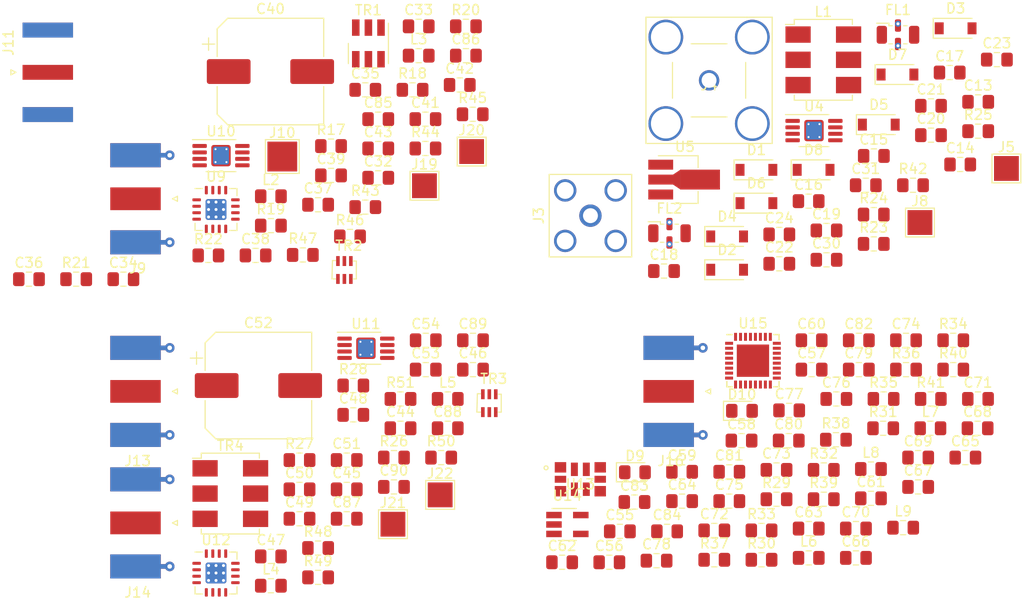
<source format=kicad_pcb>
(kicad_pcb (version 20171130) (host pcbnew 5.1.5-52549c5~84~ubuntu18.04.1)
  (layers (0 F.Cu signal) (31 B.Cu signal) (34 B.Paste user) (35 F.Paste user) (36 B.SilkS user) (37 F.SilkS user) (38 B.Mask user) (39 F.Mask user) (44 Edge.Cuts user))
  (net 0 "")
  (net 1 "Net-(C13-Pad2)")
  (net 2 "Net-(C13-Pad1)")
  (net 3 "Net-(C15-Pad1)")
  (net 4 "Net-(C17-Pad2)")
  (net 5 "Net-(C17-Pad1)")
  (net 6 GND)
  (net 7 "Net-(C19-Pad2)")
  (net 8 "Net-(C22-Pad2)")
  (net 9 "Net-(C22-Pad1)")
  (net 10 "Net-(C24-Pad1)")
  (net 11 "Net-(C30-Pad1)")
  (net 12 "Net-(C32-Pad2)")
  (net 13 "Net-(C32-Pad1)")
  (net 14 "Net-(C33-Pad1)")
  (net 15 "Net-(C34-Pad1)")
  (net 16 "Net-(C35-Pad1)")
  (net 17 "Net-(C36-Pad1)")
  (net 18 "Net-(C36-Pad2)")
  (net 19 "Net-(C37-Pad1)")
  (net 20 "Net-(C38-Pad2)")
  (net 21 "Net-(C42-Pad1)")
  (net 22 "Net-(C42-Pad2)")
  (net 23 "Net-(C43-Pad1)")
  (net 24 "Net-(C44-Pad1)")
  (net 25 "Net-(C44-Pad2)")
  (net 26 "Net-(C45-Pad1)")
  (net 27 "Net-(C46-Pad1)")
  (net 28 "Net-(C47-Pad1)")
  (net 29 "Net-(C48-Pad2)")
  (net 30 "Net-(C48-Pad1)")
  (net 31 "Net-(C49-Pad1)")
  (net 32 "Net-(C50-Pad2)")
  (net 33 "Net-(C54-Pad1)")
  (net 34 "Net-(C54-Pad2)")
  (net 35 "/Second LO/AVDD")
  (net 36 "Net-(C55-Pad2)")
  (net 37 "Net-(C57-Pad1)")
  (net 38 "Net-(C58-Pad1)")
  (net 39 "Net-(C58-Pad2)")
  (net 40 "Net-(C59-Pad2)")
  (net 41 "Net-(C61-Pad1)")
  (net 42 "Net-(C63-Pad1)")
  (net 43 "Net-(C71-Pad1)")
  (net 44 "Net-(C77-Pad1)")
  (net 45 "Net-(C78-Pad2)")
  (net 46 "Net-(C80-Pad1)")
  (net 47 "Net-(C80-Pad2)")
  (net 48 "Net-(C81-Pad1)")
  (net 49 "Net-(C83-Pad2)")
  (net 50 "Net-(C83-Pad1)")
  (net 51 "Net-(C85-Pad1)")
  (net 52 "Net-(C86-Pad1)")
  (net 53 "Net-(C87-Pad1)")
  (net 54 "Net-(C88-Pad1)")
  (net 55 "Net-(C89-Pad2)")
  (net 56 "Net-(C89-Pad1)")
  (net 57 "Net-(D1-Pad2)")
  (net 58 "Net-(D2-Pad2)")
  (net 59 "Net-(D3-Pad2)")
  (net 60 "Net-(D5-Pad1)")
  (net 61 "Net-(D6-Pad1)")
  (net 62 "Net-(D7-Pad1)")
  (net 63 "Net-(D9-Pad2)")
  (net 64 "Net-(D10-Pad2)")
  (net 65 "Net-(FL2-Pad3)")
  (net 66 "Net-(J9-Pad1)")
  (net 67 "Net-(J10-Pad1)")
  (net 68 "Net-(J16-Pad1)")
  (net 69 "Net-(L2-Pad1)")
  (net 70 "Net-(L3-Pad2)")
  (net 71 "Net-(L4-Pad1)")
  (net 72 "Net-(L5-Pad1)")
  (net 73 "Net-(L8-Pad1)")
  (net 74 "Net-(L9-Pad1)")
  (net 75 "Net-(R20-Pad1)")
  (net 76 "Net-(R22-Pad1)")
  (net 77 "Net-(R23-Pad1)")
  (net 78 "Net-(R23-Pad2)")
  (net 79 "Net-(R24-Pad2)")
  (net 80 "Net-(R26-Pad1)")
  (net 81 "Net-(R28-Pad1)")
  (net 82 "Net-(R30-Pad2)")
  (net 83 "Net-(J15-Pad8)")
  (net 84 "Net-(J15-Pad7)")
  (net 85 "Net-(J15-Pad6)")
  (net 86 "Net-(J15-Pad5)")
  (net 87 "Net-(J15-Pad4)")
  (net 88 "Net-(R37-Pad1)")
  (net 89 "Net-(R38-Pad1)")
  (net 90 "Net-(R38-Pad2)")
  (net 91 "Net-(R43-Pad2)")
  (net 92 "Net-(R43-Pad1)")
  (net 93 "Net-(R44-Pad2)")
  (net 94 "/First Mixer/+5V")
  (net 95 "Net-(R48-Pad2)")
  (net 96 "Net-(R48-Pad1)")
  (net 97 "Net-(R49-Pad2)")
  (net 98 "Net-(TR2-Pad6)")
  (net 99 "Net-(TR3-Pad6)")
  (net 100 "Net-(U4-Pad7)")
  (net 101 "Net-(U4-Pad4)")
  (net 102 "Net-(U4-Pad3)")
  (net 103 "Net-(U9-Pad1)")
  (net 104 "Net-(U10-Pad3)")
  (net 105 "Net-(U10-Pad4)")
  (net 106 "Net-(U10-Pad7)")
  (net 107 "Net-(U11-Pad3)")
  (net 108 "Net-(U11-Pad4)")
  (net 109 "Net-(U11-Pad7)")
  (net 110 "Net-(U12-Pad1)")
  (net 111 "Net-(U13-Pad2)")
  (net 112 "Net-(U13-Pad3)")
  (net 113 "Net-(U13-Pad7)")
  (net 114 "Net-(U13-Pad8)")
  (net 115 "Net-(U13-Pad5)")
  (net 116 "Net-(U13-Pad10)")
  (net 117 "Net-(U14-Pad4)")
  (net 118 "Net-(U15-Pad14)")
  (net 119 "Net-(U15-Pad15)")
  (net 120 "Net-(J15-Pad3)")
  (module Capacitor_SMD:C_0805_2012Metric_Pad1.15x1.40mm_HandSolder (layer F.Cu) (at 99.915001 -49.844999)
    (fp_text reference C13 (at 0 -1.65) (layer F.SilkS))
    (fp_text value 100n)
    (pad 2 smd roundrect (at 1.025 0) (size 1.15 1.4) (layers F.Cu F.Paste F.Mask) (roundrect_rratio 0.217391) (net 1 "Net-(C13-Pad2)"))
    (pad 1 smd roundrect (at -1.025 0) (size 1.15 1.4) (layers F.Cu F.Paste F.Mask) (roundrect_rratio 0.217391) (net 2 "Net-(C13-Pad1)"))
  )
  (module Capacitor_SMD:C_0805_2012Metric_Pad1.15x1.40mm_HandSolder (layer F.Cu) (at 98.105001 -43.544999)
    (fp_text reference C14 (at 0 -1.65) (layer F.SilkS))
    (fp_text value 100p)
    (pad 1 smd roundrect (at -1.025 0) (size 1.15 1.4) (layers F.Cu F.Paste F.Mask) (roundrect_rratio 0.217391) (net 1 "Net-(C13-Pad2)"))
    (pad 2 smd roundrect (at 1.025 0) (size 1.15 1.4) (layers F.Cu F.Paste F.Mask) (roundrect_rratio 0.217391) (net 2 "Net-(C13-Pad1)"))
  )
  (module Capacitor_SMD:C_0805_2012Metric_Pad1.15x1.40mm_HandSolder (layer F.Cu) (at 89.415001 -44.404999)
    (fp_text reference C15 (at 0 -1.65) (layer F.SilkS))
    (fp_text value 100p)
    (pad 1 smd roundrect (at -1.025 0) (size 1.15 1.4) (layers F.Cu F.Paste F.Mask) (roundrect_rratio 0.217391) (net 3 "Net-(C15-Pad1)"))
    (pad 2 smd roundrect (at 1.025 0) (size 1.15 1.4) (layers F.Cu F.Paste F.Mask) (roundrect_rratio 0.217391) (net 1 "Net-(C13-Pad2)"))
  )
  (module Capacitor_SMD:C_0805_2012Metric_Pad1.15x1.40mm_HandSolder (layer F.Cu) (at 82.855001 -39.854999)
    (fp_text reference C16 (at 0 -1.65) (layer F.SilkS))
    (fp_text value 100n)
    (pad 2 smd roundrect (at 1.025 0) (size 1.15 1.4) (layers F.Cu F.Paste F.Mask) (roundrect_rratio 0.217391) (net 3 "Net-(C15-Pad1)"))
    (pad 1 smd roundrect (at -1.025 0) (size 1.15 1.4) (layers F.Cu F.Paste F.Mask) (roundrect_rratio 0.217391) (net 1 "Net-(C13-Pad2)"))
  )
  (module Capacitor_SMD:C_0805_2012Metric_Pad1.15x1.40mm_HandSolder (layer F.Cu) (at 97.045001 -52.794999)
    (fp_text reference C17 (at 0 -1.65) (layer F.SilkS))
    (fp_text value 100p)
    (pad 2 smd roundrect (at 1.025 0) (size 1.15 1.4) (layers F.Cu F.Paste F.Mask) (roundrect_rratio 0.217391) (net 4 "Net-(C17-Pad2)"))
    (pad 1 smd roundrect (at -1.025 0) (size 1.15 1.4) (layers F.Cu F.Paste F.Mask) (roundrect_rratio 0.217391) (net 5 "Net-(C17-Pad1)"))
  )
  (module Capacitor_SMD:C_0805_2012Metric_Pad1.15x1.40mm_HandSolder (layer F.Cu) (at 68.305001 -32.824999)
    (fp_text reference C18 (at 0 -1.65) (layer F.SilkS))
    (fp_text value 100n)
    (pad 1 smd roundrect (at -1.025 0) (size 1.15 1.4) (layers F.Cu F.Paste F.Mask) (roundrect_rratio 0.217391) (net 4 "Net-(C17-Pad2)"))
    (pad 2 smd roundrect (at 1.025 0) (size 1.15 1.4) (layers F.Cu F.Paste F.Mask) (roundrect_rratio 0.217391) (net 5 "Net-(C17-Pad1)"))
  )
  (module Capacitor_SMD:C_0805_2012Metric_Pad1.15x1.40mm_HandSolder (layer F.Cu) (at 84.655001 -36.904999)
    (fp_text reference C19 (at 0 -1.65) (layer F.SilkS))
    (fp_text value 1u)
    (pad 1 smd roundrect (at -1.025 0) (size 1.15 1.4) (layers F.Cu F.Paste F.Mask) (roundrect_rratio 0.217391) (net 6 GND))
    (pad 2 smd roundrect (at 1.025 0) (size 1.15 1.4) (layers F.Cu F.Paste F.Mask) (roundrect_rratio 0.217391) (net 7 "Net-(C19-Pad2)"))
  )
  (module Capacitor_SMD:C_0805_2012Metric_Pad1.15x1.40mm_HandSolder (layer F.Cu) (at 95.165001 -46.494999)
    (fp_text reference C20 (at 0 -1.65) (layer F.SilkS))
    (fp_text value 10n)
    (pad 2 smd roundrect (at 1.025 0) (size 1.15 1.4) (layers F.Cu F.Paste F.Mask) (roundrect_rratio 0.217391) (net 6 GND))
    (pad 1 smd roundrect (at -1.025 0) (size 1.15 1.4) (layers F.Cu F.Paste F.Mask) (roundrect_rratio 0.217391) (net 7 "Net-(C19-Pad2)"))
  )
  (module Capacitor_SMD:C_0805_2012Metric_Pad1.15x1.40mm_HandSolder (layer F.Cu) (at 95.165001 -49.444999)
    (fp_text reference C21 (at 0 -1.65) (layer F.SilkS))
    (fp_text value 100p)
    (pad 1 smd roundrect (at -1.025 0) (size 1.15 1.4) (layers F.Cu F.Paste F.Mask) (roundrect_rratio 0.217391) (net 7 "Net-(C19-Pad2)"))
    (pad 2 smd roundrect (at 1.025 0) (size 1.15 1.4) (layers F.Cu F.Paste F.Mask) (roundrect_rratio 0.217391) (net 6 GND))
  )
  (module Capacitor_SMD:C_0805_2012Metric_Pad1.15x1.40mm_HandSolder (layer F.Cu) (at 79.905001 -33.554999)
    (fp_text reference C22 (at 0 -1.65) (layer F.SilkS))
    (fp_text value 100p)
    (pad 2 smd roundrect (at 1.025 0) (size 1.15 1.4) (layers F.Cu F.Paste F.Mask) (roundrect_rratio 0.217391) (net 8 "Net-(C22-Pad2)"))
    (pad 1 smd roundrect (at -1.025 0) (size 1.15 1.4) (layers F.Cu F.Paste F.Mask) (roundrect_rratio 0.217391) (net 9 "Net-(C22-Pad1)"))
  )
  (module Capacitor_SMD:C_0805_2012Metric_Pad1.15x1.40mm_HandSolder (layer F.Cu) (at 101.795001 -54.094999)
    (fp_text reference C23 (at 0 -1.65) (layer F.SilkS))
    (fp_text value 100n)
    (pad 1 smd roundrect (at -1.025 0) (size 1.15 1.4) (layers F.Cu F.Paste F.Mask) (roundrect_rratio 0.217391) (net 8 "Net-(C22-Pad2)"))
    (pad 2 smd roundrect (at 1.025 0) (size 1.15 1.4) (layers F.Cu F.Paste F.Mask) (roundrect_rratio 0.217391) (net 9 "Net-(C22-Pad1)"))
  )
  (module Capacitor_SMD:C_0805_2012Metric_Pad1.15x1.40mm_HandSolder (layer F.Cu) (at 79.905001 -36.504999)
    (fp_text reference C24 (at 0 -1.65) (layer F.SilkS))
    (fp_text value 10u)
    (pad 2 smd roundrect (at 1.025 0) (size 1.15 1.4) (layers F.Cu F.Paste F.Mask) (roundrect_rratio 0.217391) (net 6 GND))
    (pad 1 smd roundrect (at -1.025 0) (size 1.15 1.4) (layers F.Cu F.Paste F.Mask) (roundrect_rratio 0.217391) (net 10 "Net-(C24-Pad1)"))
  )
  (module Capacitor_SMD:C_0805_2012Metric_Pad1.15x1.40mm_HandSolder (layer F.Cu) (at 84.655001 -33.954999)
    (fp_text reference C30 (at 0 -1.65) (layer F.SilkS))
    (fp_text value 10n)
    (pad 2 smd roundrect (at 1.025 0) (size 1.15 1.4) (layers F.Cu F.Paste F.Mask) (roundrect_rratio 0.217391) (net 6 GND))
    (pad 1 smd roundrect (at -1.025 0) (size 1.15 1.4) (layers F.Cu F.Paste F.Mask) (roundrect_rratio 0.217391) (net 11 "Net-(C30-Pad1)"))
  )
  (module Capacitor_SMD:C_0805_2012Metric_Pad1.15x1.40mm_HandSolder (layer F.Cu) (at 88.605001 -41.454999)
    (fp_text reference C31 (at 0 -1.65) (layer F.SilkS))
    (fp_text value 10u)
    (pad 1 smd roundrect (at -1.025 0) (size 1.15 1.4) (layers F.Cu F.Paste F.Mask) (roundrect_rratio 0.217391) (net 7 "Net-(C19-Pad2)"))
    (pad 2 smd roundrect (at 1.025 0) (size 1.15 1.4) (layers F.Cu F.Paste F.Mask) (roundrect_rratio 0.217391) (net 6 GND))
  )
  (module Capacitor_SMD:C_0805_2012Metric_Pad1.15x1.40mm_HandSolder (layer F.Cu) (at 39.555001 -42.204999)
    (fp_text reference C32 (at 0 -1.65) (layer F.SilkS))
    (fp_text value 0.6p)
    (pad 2 smd roundrect (at 1.025 0) (size 1.15 1.4) (layers F.Cu F.Paste F.Mask) (roundrect_rratio 0.217391) (net 12 "Net-(C32-Pad2)"))
    (pad 1 smd roundrect (at -1.025 0) (size 1.15 1.4) (layers F.Cu F.Paste F.Mask) (roundrect_rratio 0.217391) (net 13 "Net-(C32-Pad1)"))
  )
  (module Capacitor_SMD:C_0805_2012Metric_Pad1.15x1.40mm_HandSolder (layer F.Cu) (at 43.625001 -57.444999)
    (fp_text reference C33 (at 0 -1.65) (layer F.SilkS))
    (fp_text value 100n)
    (pad 2 smd roundrect (at 1.025 0) (size 1.15 1.4) (layers F.Cu F.Paste F.Mask) (roundrect_rratio 0.217391) (net 13 "Net-(C32-Pad1)"))
    (pad 1 smd roundrect (at -1.025 0) (size 1.15 1.4) (layers F.Cu F.Paste F.Mask) (roundrect_rratio 0.217391) (net 14 "Net-(C33-Pad1)"))
  )
  (module Capacitor_SMD:C_0805_2012Metric_Pad1.15x1.40mm_HandSolder (layer F.Cu) (at 13.915001 -32.004999)
    (fp_text reference C34 (at 0 -1.65) (layer F.SilkS))
    (fp_text value 100n)
    (pad 1 smd roundrect (at -1.025 0) (size 1.15 1.4) (layers F.Cu F.Paste F.Mask) (roundrect_rratio 0.217391) (net 15 "Net-(C34-Pad1)"))
    (pad 2 smd roundrect (at 1.025 0) (size 1.15 1.4) (layers F.Cu F.Paste F.Mask) (roundrect_rratio 0.217391) (net 12 "Net-(C32-Pad2)"))
  )
  (module Capacitor_SMD:C_0805_2012Metric_Pad1.15x1.40mm_HandSolder (layer F.Cu) (at 38.255001 -51.054999)
    (fp_text reference C35 (at 0 -1.65) (layer F.SilkS))
    (fp_text value 10u)
    (pad 1 smd roundrect (at -1.025 0) (size 1.15 1.4) (layers F.Cu F.Paste F.Mask) (roundrect_rratio 0.217391) (net 16 "Net-(C35-Pad1)"))
    (pad 2 smd roundrect (at 1.025 0) (size 1.15 1.4) (layers F.Cu F.Paste F.Mask) (roundrect_rratio 0.217391) (net 6 GND))
  )
  (module Capacitor_SMD:C_0805_2012Metric_Pad1.15x1.40mm_HandSolder (layer F.Cu) (at 4.415001 -32.004999)
    (fp_text reference C36 (at 0 -1.65) (layer F.SilkS))
    (fp_text value 100n)
    (pad 1 smd roundrect (at -1.025 0) (size 1.15 1.4) (layers F.Cu F.Paste F.Mask) (roundrect_rratio 0.217391) (net 17 "Net-(C36-Pad1)"))
    (pad 2 smd roundrect (at 1.025 0) (size 1.15 1.4) (layers F.Cu F.Paste F.Mask) (roundrect_rratio 0.217391) (net 18 "Net-(C36-Pad2)"))
  )
  (module Capacitor_SMD:C_0805_2012Metric_Pad1.15x1.40mm_HandSolder (layer F.Cu) (at 33.505001 -39.494999)
    (fp_text reference C37 (at 0 -1.65) (layer F.SilkS))
    (fp_text value 10n)
    (pad 2 smd roundrect (at 1.025 0) (size 1.15 1.4) (layers F.Cu F.Paste F.Mask) (roundrect_rratio 0.217391) (net 6 GND))
    (pad 1 smd roundrect (at -1.025 0) (size 1.15 1.4) (layers F.Cu F.Paste F.Mask) (roundrect_rratio 0.217391) (net 19 "Net-(C37-Pad1)"))
  )
  (module Capacitor_SMD:C_0805_2012Metric_Pad1.15x1.40mm_HandSolder (layer F.Cu) (at 27.215001 -34.394999)
    (fp_text reference C38 (at 0 -1.65) (layer F.SilkS))
    (fp_text value 100n)
    (pad 2 smd roundrect (at 1.025 0) (size 1.15 1.4) (layers F.Cu F.Paste F.Mask) (roundrect_rratio 0.217391) (net 20 "Net-(C38-Pad2)"))
    (pad 1 smd roundrect (at -1.025 0) (size 1.15 1.4) (layers F.Cu F.Paste F.Mask) (roundrect_rratio 0.217391) (net 6 GND))
  )
  (module Capacitor_SMD:C_0805_2012Metric_Pad1.15x1.40mm_HandSolder (layer F.Cu) (at 34.805001 -42.444999)
    (fp_text reference C39 (at 0 -1.65) (layer F.SilkS))
    (fp_text value 1u)
    (pad 1 smd roundrect (at -1.025 0) (size 1.15 1.4) (layers F.Cu F.Paste F.Mask) (roundrect_rratio 0.217391) (net 19 "Net-(C37-Pad1)"))
    (pad 2 smd roundrect (at 1.025 0) (size 1.15 1.4) (layers F.Cu F.Paste F.Mask) (roundrect_rratio 0.217391) (net 6 GND))
  )
  (module Capacitor_SMD:CP_Elec_10x10.5 (layer F.Cu) (at 28.710001 -52.894999)
    (fp_text reference C40 (at 0 -6.3) (layer F.SilkS))
    (fp_text value 220u)
    (pad 2 smd roundrect (at 4.2 0) (size 4.4 2.5) (layers F.Cu F.Paste F.Mask) (roundrect_rratio 0.1) (net 6 GND))
    (pad 1 smd roundrect (at -4.2 0) (size 4.4 2.5) (layers F.Cu F.Paste F.Mask) (roundrect_rratio 0.1) (net 19 "Net-(C37-Pad1)"))
  )
  (module Capacitor_SMD:C_0805_2012Metric_Pad1.15x1.40mm_HandSolder (layer F.Cu) (at 44.305001 -48.104999)
    (fp_text reference C41 (at 0 -1.65) (layer F.SilkS))
    (fp_text value 10n)
    (pad 2 smd roundrect (at 1.025 0) (size 1.15 1.4) (layers F.Cu F.Paste F.Mask) (roundrect_rratio 0.217391) (net 6 GND))
    (pad 1 smd roundrect (at -1.025 0) (size 1.15 1.4) (layers F.Cu F.Paste F.Mask) (roundrect_rratio 0.217391) (net 19 "Net-(C37-Pad1)"))
  )
  (module Capacitor_SMD:C_0805_2012Metric_Pad1.15x1.40mm_HandSolder (layer F.Cu) (at 47.755001 -51.544999)
    (fp_text reference C42 (at 0 -1.65) (layer F.SilkS))
    (fp_text value 4p7)
    (pad 1 smd roundrect (at -1.025 0) (size 1.15 1.4) (layers F.Cu F.Paste F.Mask) (roundrect_rratio 0.217391) (net 21 "Net-(C42-Pad1)"))
    (pad 2 smd roundrect (at 1.025 0) (size 1.15 1.4) (layers F.Cu F.Paste F.Mask) (roundrect_rratio 0.217391) (net 22 "Net-(C42-Pad2)"))
  )
  (module Capacitor_SMD:C_0805_2012Metric_Pad1.15x1.40mm_HandSolder (layer F.Cu) (at 39.555001 -45.154999)
    (fp_text reference C43 (at 0 -1.65) (layer F.SilkS))
    (fp_text value 10n)
    (pad 2 smd roundrect (at 1.025 0) (size 1.15 1.4) (layers F.Cu F.Paste F.Mask) (roundrect_rratio 0.217391) (net 6 GND))
    (pad 1 smd roundrect (at -1.025 0) (size 1.15 1.4) (layers F.Cu F.Paste F.Mask) (roundrect_rratio 0.217391) (net 23 "Net-(C43-Pad1)"))
  )
  (module Capacitor_SMD:C_0805_2012Metric_Pad1.15x1.40mm_HandSolder (layer F.Cu) (at 41.795001 -17.004999)
    (fp_text reference C44 (at 0 -1.65) (layer F.SilkS))
    (fp_text value 0.6p)
    (pad 1 smd roundrect (at -1.025 0) (size 1.15 1.4) (layers F.Cu F.Paste F.Mask) (roundrect_rratio 0.217391) (net 24 "Net-(C44-Pad1)"))
    (pad 2 smd roundrect (at 1.025 0) (size 1.15 1.4) (layers F.Cu F.Paste F.Mask) (roundrect_rratio 0.217391) (net 25 "Net-(C44-Pad2)"))
  )
  (module Capacitor_SMD:C_0805_2012Metric_Pad1.15x1.40mm_HandSolder (layer F.Cu) (at 36.385001 -10.854999)
    (fp_text reference C45 (at 0 -1.65) (layer F.SilkS))
    (fp_text value 100p)
    (pad 1 smd roundrect (at -1.025 0) (size 1.15 1.4) (layers F.Cu F.Paste F.Mask) (roundrect_rratio 0.217391) (net 26 "Net-(C45-Pad1)"))
    (pad 2 smd roundrect (at 1.025 0) (size 1.15 1.4) (layers F.Cu F.Paste F.Mask) (roundrect_rratio 0.217391) (net 24 "Net-(C44-Pad1)"))
  )
  (module Capacitor_SMD:C_0805_2012Metric_Pad1.15x1.40mm_HandSolder (layer F.Cu) (at 49.085001 -22.904999)
    (fp_text reference C46 (at 0 -1.65) (layer F.SilkS))
    (fp_text value 100p)
    (pad 2 smd roundrect (at 1.025 0) (size 1.15 1.4) (layers F.Cu F.Paste F.Mask) (roundrect_rratio 0.217391) (net 25 "Net-(C44-Pad2)"))
    (pad 1 smd roundrect (at -1.025 0) (size 1.15 1.4) (layers F.Cu F.Paste F.Mask) (roundrect_rratio 0.217391) (net 27 "Net-(C46-Pad1)"))
  )
  (module Capacitor_SMD:C_0805_2012Metric_Pad1.15x1.40mm_HandSolder (layer F.Cu) (at 28.755001 -4.114999)
    (fp_text reference C47 (at 0 -1.65) (layer F.SilkS))
    (fp_text value 10n)
    (pad 1 smd roundrect (at -1.025 0) (size 1.15 1.4) (layers F.Cu F.Paste F.Mask) (roundrect_rratio 0.217391) (net 28 "Net-(C47-Pad1)"))
    (pad 2 smd roundrect (at 1.025 0) (size 1.15 1.4) (layers F.Cu F.Paste F.Mask) (roundrect_rratio 0.217391) (net 6 GND))
  )
  (module Capacitor_SMD:C_0805_2012Metric_Pad1.15x1.40mm_HandSolder (layer F.Cu) (at 37.045001 -18.354999)
    (fp_text reference C48 (at 0 -1.65) (layer F.SilkS))
    (fp_text value 100p)
    (pad 2 smd roundrect (at 1.025 0) (size 1.15 1.4) (layers F.Cu F.Paste F.Mask) (roundrect_rratio 0.217391) (net 29 "Net-(C48-Pad2)"))
    (pad 1 smd roundrect (at -1.025 0) (size 1.15 1.4) (layers F.Cu F.Paste F.Mask) (roundrect_rratio 0.217391) (net 30 "Net-(C48-Pad1)"))
  )
  (module Capacitor_SMD:C_0805_2012Metric_Pad1.15x1.40mm_HandSolder (layer F.Cu) (at 31.635001 -7.904999)
    (fp_text reference C49 (at 0 -1.65) (layer F.SilkS))
    (fp_text value 10n)
    (pad 2 smd roundrect (at 1.025 0) (size 1.15 1.4) (layers F.Cu F.Paste F.Mask) (roundrect_rratio 0.217391) (net 6 GND))
    (pad 1 smd roundrect (at -1.025 0) (size 1.15 1.4) (layers F.Cu F.Paste F.Mask) (roundrect_rratio 0.217391) (net 31 "Net-(C49-Pad1)"))
  )
  (module Capacitor_SMD:C_0805_2012Metric_Pad1.15x1.40mm_HandSolder (layer F.Cu) (at 31.635001 -10.854999)
    (fp_text reference C50 (at 0 -1.65) (layer F.SilkS))
    (fp_text value 100p)
    (pad 1 smd roundrect (at -1.025 0) (size 1.15 1.4) (layers F.Cu F.Paste F.Mask) (roundrect_rratio 0.217391) (net 6 GND))
    (pad 2 smd roundrect (at 1.025 0) (size 1.15 1.4) (layers F.Cu F.Paste F.Mask) (roundrect_rratio 0.217391) (net 32 "Net-(C50-Pad2)"))
  )
  (module Capacitor_SMD:C_0805_2012Metric_Pad1.15x1.40mm_HandSolder (layer F.Cu) (at 36.385001 -13.804999)
    (fp_text reference C51 (at 0 -1.65) (layer F.SilkS))
    (fp_text value 1u)
    (pad 1 smd roundrect (at -1.025 0) (size 1.15 1.4) (layers F.Cu F.Paste F.Mask) (roundrect_rratio 0.217391) (net 31 "Net-(C49-Pad1)"))
    (pad 2 smd roundrect (at 1.025 0) (size 1.15 1.4) (layers F.Cu F.Paste F.Mask) (roundrect_rratio 0.217391) (net 6 GND))
  )
  (module Capacitor_SMD:CP_Elec_10x10.5 (layer F.Cu) (at 27.500001 -21.304999)
    (fp_text reference C52 (at 0 -6.3) (layer F.SilkS))
    (fp_text value 220u)
    (pad 1 smd roundrect (at -4.2 0) (size 4.4 2.5) (layers F.Cu F.Paste F.Mask) (roundrect_rratio 0.1) (net 31 "Net-(C49-Pad1)"))
    (pad 2 smd roundrect (at 4.2 0) (size 4.4 2.5) (layers F.Cu F.Paste F.Mask) (roundrect_rratio 0.1) (net 6 GND))
  )
  (module Capacitor_SMD:C_0805_2012Metric_Pad1.15x1.40mm_HandSolder (layer F.Cu) (at 44.335001 -22.904999)
    (fp_text reference C53 (at 0 -1.65) (layer F.SilkS))
    (fp_text value 10n)
    (pad 1 smd roundrect (at -1.025 0) (size 1.15 1.4) (layers F.Cu F.Paste F.Mask) (roundrect_rratio 0.217391) (net 31 "Net-(C49-Pad1)"))
    (pad 2 smd roundrect (at 1.025 0) (size 1.15 1.4) (layers F.Cu F.Paste F.Mask) (roundrect_rratio 0.217391) (net 6 GND))
  )
  (module Capacitor_SMD:C_0805_2012Metric_Pad1.15x1.40mm_HandSolder (layer F.Cu) (at 44.335001 -25.854999)
    (fp_text reference C54 (at 0 -1.65) (layer F.SilkS))
    (fp_text value 1n)
    (pad 1 smd roundrect (at -1.025 0) (size 1.15 1.4) (layers F.Cu F.Paste F.Mask) (roundrect_rratio 0.217391) (net 33 "Net-(C54-Pad1)"))
    (pad 2 smd roundrect (at 1.025 0) (size 1.15 1.4) (layers F.Cu F.Paste F.Mask) (roundrect_rratio 0.217391) (net 34 "Net-(C54-Pad2)"))
  )
  (module Capacitor_SMD:C_0805_2012Metric_Pad1.15x1.40mm_HandSolder (layer F.Cu) (at 63.865001 -6.634999)
    (fp_text reference C55 (at 0 -1.65) (layer F.SilkS))
    (fp_text value 100n)
    (pad 1 smd roundrect (at -1.025 0) (size 1.15 1.4) (layers F.Cu F.Paste F.Mask) (roundrect_rratio 0.217391) (net 35 "/Second LO/AVDD"))
    (pad 2 smd roundrect (at 1.025 0) (size 1.15 1.4) (layers F.Cu F.Paste F.Mask) (roundrect_rratio 0.217391) (net 36 "Net-(C55-Pad2)"))
  )
  (module Capacitor_SMD:C_0805_2012Metric_Pad1.15x1.40mm_HandSolder (layer F.Cu) (at 62.805001 -3.524999)
    (fp_text reference C56 (at 0 -1.65) (layer F.SilkS))
    (fp_text value 100p)
    (pad 2 smd roundrect (at 1.025 0) (size 1.15 1.4) (layers F.Cu F.Paste F.Mask) (roundrect_rratio 0.217391) (net 36 "Net-(C55-Pad2)"))
    (pad 1 smd roundrect (at -1.025 0) (size 1.15 1.4) (layers F.Cu F.Paste F.Mask) (roundrect_rratio 0.217391) (net 35 "/Second LO/AVDD"))
  )
  (module Capacitor_SMD:C_0805_2012Metric_Pad1.15x1.40mm_HandSolder (layer F.Cu) (at 83.155001 -22.904999)
    (fp_text reference C57 (at 0 -1.65) (layer F.SilkS))
    (fp_text value 1u)
    (pad 2 smd roundrect (at 1.025 0) (size 1.15 1.4) (layers F.Cu F.Paste F.Mask) (roundrect_rratio 0.217391) (net 6 GND))
    (pad 1 smd roundrect (at -1.025 0) (size 1.15 1.4) (layers F.Cu F.Paste F.Mask) (roundrect_rratio 0.217391) (net 37 "Net-(C57-Pad1)"))
  )
  (module Capacitor_SMD:C_0805_2012Metric_Pad1.15x1.40mm_HandSolder (layer F.Cu) (at 76.105001 -15.764999)
    (fp_text reference C58 (at 0 -1.65) (layer F.SilkS))
    (fp_text value 1n)
    (pad 1 smd roundrect (at -1.025 0) (size 1.15 1.4) (layers F.Cu F.Paste F.Mask) (roundrect_rratio 0.217391) (net 38 "Net-(C58-Pad1)"))
    (pad 2 smd roundrect (at 1.025 0) (size 1.15 1.4) (layers F.Cu F.Paste F.Mask) (roundrect_rratio 0.217391) (net 39 "Net-(C58-Pad2)"))
  )
  (module Capacitor_SMD:C_0805_2012Metric_Pad1.15x1.40mm_HandSolder (layer F.Cu) (at 70.125001 -12.624999)
    (fp_text reference C59 (at 0 -1.65) (layer F.SilkS))
    (fp_text value 1n)
    (pad 2 smd roundrect (at 1.025 0) (size 1.15 1.4) (layers F.Cu F.Paste F.Mask) (roundrect_rratio 0.217391) (net 40 "Net-(C59-Pad2)"))
    (pad 1 smd roundrect (at -1.025 0) (size 1.15 1.4) (layers F.Cu F.Paste F.Mask) (roundrect_rratio 0.217391) (net 38 "Net-(C58-Pad1)"))
  )
  (module Capacitor_SMD:C_0805_2012Metric_Pad1.15x1.40mm_HandSolder (layer F.Cu) (at 83.155001 -25.854999)
    (fp_text reference C60 (at 0 -1.65) (layer F.SilkS))
    (fp_text value 1u)
    (pad 2 smd roundrect (at 1.025 0) (size 1.15 1.4) (layers F.Cu F.Paste F.Mask) (roundrect_rratio 0.217391) (net 6 GND))
    (pad 1 smd roundrect (at -1.025 0) (size 1.15 1.4) (layers F.Cu F.Paste F.Mask) (roundrect_rratio 0.217391) (net 35 "/Second LO/AVDD"))
  )
  (module Capacitor_SMD:C_0805_2012Metric_Pad1.15x1.40mm_HandSolder (layer F.Cu) (at 89.125001 -9.954999)
    (fp_text reference C61 (at 0 -1.65) (layer F.SilkS))
    (fp_text value 10p)
    (pad 2 smd roundrect (at 1.025 0) (size 1.15 1.4) (layers F.Cu F.Paste F.Mask) (roundrect_rratio 0.217391) (net 6 GND))
    (pad 1 smd roundrect (at -1.025 0) (size 1.15 1.4) (layers F.Cu F.Paste F.Mask) (roundrect_rratio 0.217391) (net 41 "Net-(C61-Pad1)"))
  )
  (module Capacitor_SMD:C_0805_2012Metric_Pad1.15x1.40mm_HandSolder (layer F.Cu) (at 58.055001 -3.524999)
    (fp_text reference C62 (at 0 -1.65) (layer F.SilkS))
    (fp_text value 100n)
    (pad 1 smd roundrect (at -1.025 0) (size 1.15 1.4) (layers F.Cu F.Paste F.Mask) (roundrect_rratio 0.217391) (net 41 "Net-(C61-Pad1)"))
    (pad 2 smd roundrect (at 1.025 0) (size 1.15 1.4) (layers F.Cu F.Paste F.Mask) (roundrect_rratio 0.217391) (net 6 GND))
  )
  (module Capacitor_SMD:C_0805_2012Metric_Pad1.15x1.40mm_HandSolder (layer F.Cu) (at 82.865001 -6.914999)
    (fp_text reference C63 (at 0 -1.65) (layer F.SilkS))
    (fp_text value 10p)
    (pad 2 smd roundrect (at 1.025 0) (size 1.15 1.4) (layers F.Cu F.Paste F.Mask) (roundrect_rratio 0.217391) (net 6 GND))
    (pad 1 smd roundrect (at -1.025 0) (size 1.15 1.4) (layers F.Cu F.Paste F.Mask) (roundrect_rratio 0.217391) (net 42 "Net-(C63-Pad1)"))
  )
  (module Capacitor_SMD:C_0805_2012Metric_Pad1.15x1.40mm_HandSolder (layer F.Cu) (at 70.125001 -9.674999)
    (fp_text reference C64 (at 0 -1.65) (layer F.SilkS))
    (fp_text value 100n)
    (pad 1 smd roundrect (at -1.025 0) (size 1.15 1.4) (layers F.Cu F.Paste F.Mask) (roundrect_rratio 0.217391) (net 42 "Net-(C63-Pad1)"))
    (pad 2 smd roundrect (at 1.025 0) (size 1.15 1.4) (layers F.Cu F.Paste F.Mask) (roundrect_rratio 0.217391) (net 6 GND))
  )
  (module Capacitor_SMD:C_0805_2012Metric_Pad1.15x1.40mm_HandSolder (layer F.Cu) (at 98.625001 -14.054999)
    (fp_text reference C65 (at 0 -1.65) (layer F.SilkS))
    (fp_text value 100n)
    (pad 1 smd roundrect (at -1.025 0) (size 1.15 1.4) (layers F.Cu F.Paste F.Mask) (roundrect_rratio 0.217391) (net 6 GND))
    (pad 2 smd roundrect (at 1.025 0) (size 1.15 1.4) (layers F.Cu F.Paste F.Mask) (roundrect_rratio 0.217391) (net 35 "/Second LO/AVDD"))
  )
  (module Capacitor_SMD:C_0805_2012Metric_Pad1.15x1.40mm_HandSolder (layer F.Cu) (at 87.615001 -3.964999)
    (fp_text reference C66 (at 0 -1.65) (layer F.SilkS))
    (fp_text value 10p)
    (pad 2 smd roundrect (at 1.025 0) (size 1.15 1.4) (layers F.Cu F.Paste F.Mask) (roundrect_rratio 0.217391) (net 35 "/Second LO/AVDD"))
    (pad 1 smd roundrect (at -1.025 0) (size 1.15 1.4) (layers F.Cu F.Paste F.Mask) (roundrect_rratio 0.217391) (net 6 GND))
  )
  (module Capacitor_SMD:C_0805_2012Metric_Pad1.15x1.40mm_HandSolder (layer F.Cu) (at 93.875001 -11.104999)
    (fp_text reference C67 (at 0 -1.65) (layer F.SilkS))
    (fp_text value 100n)
    (pad 1 smd roundrect (at -1.025 0) (size 1.15 1.4) (layers F.Cu F.Paste F.Mask) (roundrect_rratio 0.217391) (net 6 GND))
    (pad 2 smd roundrect (at 1.025 0) (size 1.15 1.4) (layers F.Cu F.Paste F.Mask) (roundrect_rratio 0.217391) (net 35 "/Second LO/AVDD"))
  )
  (module Capacitor_SMD:C_0805_2012Metric_Pad1.15x1.40mm_HandSolder (layer F.Cu) (at 99.855001 -17.004999)
    (fp_text reference C68 (at 0 -1.65) (layer F.SilkS))
    (fp_text value 10p)
    (pad 1 smd roundrect (at -1.025 0) (size 1.15 1.4) (layers F.Cu F.Paste F.Mask) (roundrect_rratio 0.217391) (net 6 GND))
    (pad 2 smd roundrect (at 1.025 0) (size 1.15 1.4) (layers F.Cu F.Paste F.Mask) (roundrect_rratio 0.217391) (net 35 "/Second LO/AVDD"))
  )
  (module Capacitor_SMD:C_0805_2012Metric_Pad1.15x1.40mm_HandSolder (layer F.Cu) (at 93.875001 -14.054999)
    (fp_text reference C69 (at 0 -1.65) (layer F.SilkS))
    (fp_text value 100n)
    (pad 2 smd roundrect (at 1.025 0) (size 1.15 1.4) (layers F.Cu F.Paste F.Mask) (roundrect_rratio 0.217391) (net 35 "/Second LO/AVDD"))
    (pad 1 smd roundrect (at -1.025 0) (size 1.15 1.4) (layers F.Cu F.Paste F.Mask) (roundrect_rratio 0.217391) (net 6 GND))
  )
  (module Capacitor_SMD:C_0805_2012Metric_Pad1.15x1.40mm_HandSolder (layer F.Cu) (at 87.615001 -6.914999)
    (fp_text reference C70 (at 0 -1.65) (layer F.SilkS))
    (fp_text value 10p)
    (pad 1 smd roundrect (at -1.025 0) (size 1.15 1.4) (layers F.Cu F.Paste F.Mask) (roundrect_rratio 0.217391) (net 6 GND))
    (pad 2 smd roundrect (at 1.025 0) (size 1.15 1.4) (layers F.Cu F.Paste F.Mask) (roundrect_rratio 0.217391) (net 35 "/Second LO/AVDD"))
  )
  (module Capacitor_SMD:C_0805_2012Metric_Pad1.15x1.40mm_HandSolder (layer F.Cu) (at 99.895001 -19.954999)
    (fp_text reference C71 (at 0 -1.65) (layer F.SilkS))
    (fp_text value 10p)
    (pad 2 smd roundrect (at 1.025 0) (size 1.15 1.4) (layers F.Cu F.Paste F.Mask) (roundrect_rratio 0.217391) (net 6 GND))
    (pad 1 smd roundrect (at -1.025 0) (size 1.15 1.4) (layers F.Cu F.Paste F.Mask) (roundrect_rratio 0.217391) (net 43 "Net-(C71-Pad1)"))
  )
  (module Capacitor_SMD:C_0805_2012Metric_Pad1.15x1.40mm_HandSolder (layer F.Cu) (at 73.365001 -6.724999)
    (fp_text reference C72 (at 0 -1.65) (layer F.SilkS))
    (fp_text value 100n)
    (pad 1 smd roundrect (at -1.025 0) (size 1.15 1.4) (layers F.Cu F.Paste F.Mask) (roundrect_rratio 0.217391) (net 43 "Net-(C71-Pad1)"))
    (pad 2 smd roundrect (at 1.025 0) (size 1.15 1.4) (layers F.Cu F.Paste F.Mask) (roundrect_rratio 0.217391) (net 6 GND))
  )
  (module Capacitor_SMD:C_0805_2012Metric_Pad1.15x1.40mm_HandSolder (layer F.Cu) (at 79.625001 -12.814999)
    (fp_text reference C73 (at 0 -1.65) (layer F.SilkS))
    (fp_text value 100n)
    (pad 2 smd roundrect (at 1.025 0) (size 1.15 1.4) (layers F.Cu F.Paste F.Mask) (roundrect_rratio 0.217391) (net 6 GND))
    (pad 1 smd roundrect (at -1.025 0) (size 1.15 1.4) (layers F.Cu F.Paste F.Mask) (roundrect_rratio 0.217391) (net 35 "/Second LO/AVDD"))
  )
  (module Capacitor_SMD:C_0805_2012Metric_Pad1.15x1.40mm_HandSolder (layer F.Cu) (at 92.655001 -25.854999)
    (fp_text reference C74 (at 0 -1.65) (layer F.SilkS))
    (fp_text value 10p)
    (pad 1 smd roundrect (at -1.025 0) (size 1.15 1.4) (layers F.Cu F.Paste F.Mask) (roundrect_rratio 0.217391) (net 35 "/Second LO/AVDD"))
    (pad 2 smd roundrect (at 1.025 0) (size 1.15 1.4) (layers F.Cu F.Paste F.Mask) (roundrect_rratio 0.217391) (net 6 GND))
  )
  (module Capacitor_SMD:C_0805_2012Metric_Pad1.15x1.40mm_HandSolder (layer F.Cu) (at 74.875001 -9.674999)
    (fp_text reference C75 (at 0 -1.65) (layer F.SilkS))
    (fp_text value 100n)
    (pad 2 smd roundrect (at 1.025 0) (size 1.15 1.4) (layers F.Cu F.Paste F.Mask) (roundrect_rratio 0.217391) (net 6 GND))
    (pad 1 smd roundrect (at -1.025 0) (size 1.15 1.4) (layers F.Cu F.Paste F.Mask) (roundrect_rratio 0.217391) (net 35 "/Second LO/AVDD"))
  )
  (module Capacitor_SMD:C_0805_2012Metric_Pad1.15x1.40mm_HandSolder (layer F.Cu) (at 85.645001 -19.954999)
    (fp_text reference C76 (at 0 -1.65) (layer F.SilkS))
    (fp_text value 10p)
    (pad 1 smd roundrect (at -1.025 0) (size 1.15 1.4) (layers F.Cu F.Paste F.Mask) (roundrect_rratio 0.217391) (net 35 "/Second LO/AVDD"))
    (pad 2 smd roundrect (at 1.025 0) (size 1.15 1.4) (layers F.Cu F.Paste F.Mask) (roundrect_rratio 0.217391) (net 6 GND))
  )
  (module Capacitor_SMD:C_0805_2012Metric_Pad1.15x1.40mm_HandSolder (layer F.Cu) (at 80.895001 -18.804999)
    (fp_text reference C77 (at 0 -1.65) (layer F.SilkS))
    (fp_text value 2n7)
    (pad 2 smd roundrect (at 1.025 0) (size 1.15 1.4) (layers F.Cu F.Paste F.Mask) (roundrect_rratio 0.217391) (net 6 GND))
    (pad 1 smd roundrect (at -1.025 0) (size 1.15 1.4) (layers F.Cu F.Paste F.Mask) (roundrect_rratio 0.217391) (net 44 "Net-(C77-Pad1)"))
  )
  (module Capacitor_SMD:C_0805_2012Metric_Pad1.15x1.40mm_HandSolder (layer F.Cu) (at 67.555001 -3.684999)
    (fp_text reference C78 (at 0 -1.65) (layer F.SilkS))
    (fp_text value 47n)
    (pad 2 smd roundrect (at 1.025 0) (size 1.15 1.4) (layers F.Cu F.Paste F.Mask) (roundrect_rratio 0.217391) (net 45 "Net-(C78-Pad2)"))
    (pad 1 smd roundrect (at -1.025 0) (size 1.15 1.4) (layers F.Cu F.Paste F.Mask) (roundrect_rratio 0.217391) (net 44 "Net-(C77-Pad1)"))
  )
  (module Capacitor_SMD:C_0805_2012Metric_Pad1.15x1.40mm_HandSolder (layer F.Cu) (at 87.905001 -22.904999)
    (fp_text reference C79 (at 0 -1.65) (layer F.SilkS))
    (fp_text value 100p)
    (pad 1 smd roundrect (at -1.025 0) (size 1.15 1.4) (layers F.Cu F.Paste F.Mask) (roundrect_rratio 0.217391) (net 35 "/Second LO/AVDD"))
    (pad 2 smd roundrect (at 1.025 0) (size 1.15 1.4) (layers F.Cu F.Paste F.Mask) (roundrect_rratio 0.217391) (net 6 GND))
  )
  (module Capacitor_SMD:C_0805_2012Metric_Pad1.15x1.40mm_HandSolder (layer F.Cu) (at 80.855001 -15.764999)
    (fp_text reference C80 (at 0 -1.65) (layer F.SilkS))
    (fp_text value 1n)
    (pad 1 smd roundrect (at -1.025 0) (size 1.15 1.4) (layers F.Cu F.Paste F.Mask) (roundrect_rratio 0.217391) (net 46 "Net-(C80-Pad1)"))
    (pad 2 smd roundrect (at 1.025 0) (size 1.15 1.4) (layers F.Cu F.Paste F.Mask) (roundrect_rratio 0.217391) (net 47 "Net-(C80-Pad2)"))
  )
  (module Capacitor_SMD:C_0805_2012Metric_Pad1.15x1.40mm_HandSolder (layer F.Cu) (at 74.875001 -12.624999)
    (fp_text reference C81 (at 0 -1.65) (layer F.SilkS))
    (fp_text value 680p)
    (pad 2 smd roundrect (at 1.025 0) (size 1.15 1.4) (layers F.Cu F.Paste F.Mask) (roundrect_rratio 0.217391) (net 6 GND))
    (pad 1 smd roundrect (at -1.025 0) (size 1.15 1.4) (layers F.Cu F.Paste F.Mask) (roundrect_rratio 0.217391) (net 48 "Net-(C81-Pad1)"))
  )
  (module Capacitor_SMD:C_0805_2012Metric_Pad1.15x1.40mm_HandSolder (layer F.Cu) (at 87.905001 -25.854999)
    (fp_text reference C82 (at 0 -1.65) (layer F.SilkS))
    (fp_text value 100p)
    (pad 2 smd roundrect (at 1.025 0) (size 1.15 1.4) (layers F.Cu F.Paste F.Mask) (roundrect_rratio 0.217391) (net 6 GND))
    (pad 1 smd roundrect (at -1.025 0) (size 1.15 1.4) (layers F.Cu F.Paste F.Mask) (roundrect_rratio 0.217391) (net 35 "/Second LO/AVDD"))
  )
  (module Capacitor_SMD:C_0805_2012Metric_Pad1.15x1.40mm_HandSolder (layer F.Cu) (at 65.335001 -9.584999)
    (fp_text reference C83 (at 0 -1.65) (layer F.SilkS))
    (fp_text value 1n)
    (pad 2 smd roundrect (at 1.025 0) (size 1.15 1.4) (layers F.Cu F.Paste F.Mask) (roundrect_rratio 0.217391) (net 49 "Net-(C83-Pad2)"))
    (pad 1 smd roundrect (at -1.025 0) (size 1.15 1.4) (layers F.Cu F.Paste F.Mask) (roundrect_rratio 0.217391) (net 50 "Net-(C83-Pad1)"))
  )
  (module Capacitor_SMD:C_0805_2012Metric_Pad1.15x1.40mm_HandSolder (layer F.Cu) (at 68.615001 -6.634999)
    (fp_text reference C84 (at 0 -1.65) (layer F.SilkS))
    (fp_text value 100n)
    (pad 1 smd roundrect (at -1.025 0) (size 1.15 1.4) (layers F.Cu F.Paste F.Mask) (roundrect_rratio 0.217391) (net 35 "/Second LO/AVDD"))
    (pad 2 smd roundrect (at 1.025 0) (size 1.15 1.4) (layers F.Cu F.Paste F.Mask) (roundrect_rratio 0.217391) (net 6 GND))
  )
  (module Capacitor_SMD:C_0805_2012Metric_Pad1.15x1.40mm_HandSolder (layer F.Cu) (at 39.555001 -48.104999)
    (fp_text reference C85 (at 0 -1.65) (layer F.SilkS))
    (fp_text value 10u)
    (pad 1 smd roundrect (at -1.025 0) (size 1.15 1.4) (layers F.Cu F.Paste F.Mask) (roundrect_rratio 0.217391) (net 51 "Net-(C85-Pad1)"))
    (pad 2 smd roundrect (at 1.025 0) (size 1.15 1.4) (layers F.Cu F.Paste F.Mask) (roundrect_rratio 0.217391) (net 6 GND))
  )
  (module Capacitor_SMD:C_0805_2012Metric_Pad1.15x1.40mm_HandSolder (layer F.Cu) (at 48.375001 -54.494999)
    (fp_text reference C86 (at 0 -1.65) (layer F.SilkS))
    (fp_text value 10n)
    (pad 2 smd roundrect (at 1.025 0) (size 1.15 1.4) (layers F.Cu F.Paste F.Mask) (roundrect_rratio 0.217391) (net 6 GND))
    (pad 1 smd roundrect (at -1.025 0) (size 1.15 1.4) (layers F.Cu F.Paste F.Mask) (roundrect_rratio 0.217391) (net 52 "Net-(C86-Pad1)"))
  )
  (module Capacitor_SMD:C_0805_2012Metric_Pad1.15x1.40mm_HandSolder (layer F.Cu) (at 36.385001 -7.904999)
    (fp_text reference C87 (at 0 -1.65) (layer F.SilkS))
    (fp_text value 10u)
    (pad 1 smd roundrect (at -1.025 0) (size 1.15 1.4) (layers F.Cu F.Paste F.Mask) (roundrect_rratio 0.217391) (net 53 "Net-(C87-Pad1)"))
    (pad 2 smd roundrect (at 1.025 0) (size 1.15 1.4) (layers F.Cu F.Paste F.Mask) (roundrect_rratio 0.217391) (net 6 GND))
  )
  (module Capacitor_SMD:C_0805_2012Metric_Pad1.15x1.40mm_HandSolder (layer F.Cu) (at 46.545001 -17.004999)
    (fp_text reference C88 (at 0 -1.65) (layer F.SilkS))
    (fp_text value 10n)
    (pad 2 smd roundrect (at 1.025 0) (size 1.15 1.4) (layers F.Cu F.Paste F.Mask) (roundrect_rratio 0.217391) (net 6 GND))
    (pad 1 smd roundrect (at -1.025 0) (size 1.15 1.4) (layers F.Cu F.Paste F.Mask) (roundrect_rratio 0.217391) (net 54 "Net-(C88-Pad1)"))
  )
  (module Capacitor_SMD:C_0805_2012Metric_Pad1.15x1.40mm_HandSolder (layer F.Cu) (at 49.085001 -25.854999)
    (fp_text reference C89 (at 0 -1.65) (layer F.SilkS))
    (fp_text value 4p7)
    (pad 2 smd roundrect (at 1.025 0) (size 1.15 1.4) (layers F.Cu F.Paste F.Mask) (roundrect_rratio 0.217391) (net 55 "Net-(C89-Pad2)"))
    (pad 1 smd roundrect (at -1.025 0) (size 1.15 1.4) (layers F.Cu F.Paste F.Mask) (roundrect_rratio 0.217391) (net 56 "Net-(C89-Pad1)"))
  )
  (module Capacitor_SMD:C_0805_2012Metric_Pad1.15x1.40mm_HandSolder (layer F.Cu) (at 41.135001 -11.104999)
    (fp_text reference C90 (at 0 -1.65) (layer F.SilkS))
    (fp_text value 10u)
    (pad 1 smd roundrect (at -1.025 0) (size 1.15 1.4) (layers F.Cu F.Paste F.Mask) (roundrect_rratio 0.217391) (net 28 "Net-(C47-Pad1)"))
    (pad 2 smd roundrect (at 1.025 0) (size 1.15 1.4) (layers F.Cu F.Paste F.Mask) (roundrect_rratio 0.217391) (net 6 GND))
  )
  (module Diode_SMD:D_SOD-123 (layer F.Cu) (at 77.605001 -43.004999)
    (fp_text reference D1 (at 0 -2) (layer F.SilkS))
    (fp_text value MMSD301T1G)
    (pad 2 smd rect (at 1.65 0) (size 0.9 1.2) (layers F.Cu F.Paste F.Mask) (net 57 "Net-(D1-Pad2)"))
    (pad 1 smd rect (at -1.65 0) (size 0.9 1.2) (layers F.Cu F.Paste F.Mask) (net 3 "Net-(C15-Pad1)"))
  )
  (module Diode_SMD:D_SOD-123 (layer F.Cu) (at 74.655001 -32.954999)
    (fp_text reference D2 (at 0 -2) (layer F.SilkS))
    (fp_text value MMSD301T1G)
    (pad 2 smd rect (at 1.65 0) (size 0.9 1.2) (layers F.Cu F.Paste F.Mask) (net 58 "Net-(D2-Pad2)"))
    (pad 1 smd rect (at -1.65 0) (size 0.9 1.2) (layers F.Cu F.Paste F.Mask) (net 57 "Net-(D1-Pad2)"))
  )
  (module Diode_SMD:D_SOD-123 (layer F.Cu) (at 97.645001 -57.244999)
    (fp_text reference D3 (at 0 -2) (layer F.SilkS))
    (fp_text value MMSD301T1G)
    (pad 1 smd rect (at -1.65 0) (size 0.9 1.2) (layers F.Cu F.Paste F.Mask) (net 58 "Net-(D2-Pad2)"))
    (pad 2 smd rect (at 1.65 0) (size 0.9 1.2) (layers F.Cu F.Paste F.Mask) (net 59 "Net-(D3-Pad2)"))
  )
  (module Diode_SMD:D_SOD-123 (layer F.Cu) (at 74.655001 -36.304999)
    (fp_text reference D4 (at 0 -2) (layer F.SilkS))
    (fp_text value MMSD301T1G)
    (pad 1 smd rect (at -1.65 0) (size 0.9 1.2) (layers F.Cu F.Paste F.Mask) (net 59 "Net-(D3-Pad2)"))
    (pad 2 smd rect (at 1.65 0) (size 0.9 1.2) (layers F.Cu F.Paste F.Mask) (net 6 GND))
  )
  (module Diode_SMD:D_SOD-123 (layer F.Cu) (at 89.915001 -47.554999)
    (fp_text reference D5 (at 0 -2) (layer F.SilkS))
    (fp_text value MMSD301T1G)
    (pad 2 smd rect (at 1.65 0) (size 0.9 1.2) (layers F.Cu F.Paste F.Mask) (net 3 "Net-(C15-Pad1)"))
    (pad 1 smd rect (at -1.65 0) (size 0.9 1.2) (layers F.Cu F.Paste F.Mask) (net 60 "Net-(D5-Pad1)"))
  )
  (module Diode_SMD:D_SOD-123 (layer F.Cu) (at 77.605001 -39.654999)
    (fp_text reference D6 (at 0 -2) (layer F.SilkS))
    (fp_text value MMSD301T1G)
    (pad 1 smd rect (at -1.65 0) (size 0.9 1.2) (layers F.Cu F.Paste F.Mask) (net 61 "Net-(D6-Pad1)"))
    (pad 2 smd rect (at 1.65 0) (size 0.9 1.2) (layers F.Cu F.Paste F.Mask) (net 60 "Net-(D5-Pad1)"))
  )
  (module Diode_SMD:D_SOD-123 (layer F.Cu) (at 91.795001 -52.594999)
    (fp_text reference D7 (at 0 -2) (layer F.SilkS))
    (fp_text value MMSD301T1G)
    (pad 2 smd rect (at 1.65 0) (size 0.9 1.2) (layers F.Cu F.Paste F.Mask) (net 61 "Net-(D6-Pad1)"))
    (pad 1 smd rect (at -1.65 0) (size 0.9 1.2) (layers F.Cu F.Paste F.Mask) (net 62 "Net-(D7-Pad1)"))
  )
  (module Diode_SMD:D_SOD-123 (layer F.Cu) (at 83.355001 -43.004999)
    (fp_text reference D8 (at 0 -2) (layer F.SilkS))
    (fp_text value MMSD301T1G)
    (pad 1 smd rect (at -1.65 0) (size 0.9 1.2) (layers F.Cu F.Paste F.Mask) (net 6 GND))
    (pad 2 smd rect (at 1.65 0) (size 0.9 1.2) (layers F.Cu F.Paste F.Mask) (net 62 "Net-(D7-Pad1)"))
  )
  (module Diode_SMD:D_0805_2012Metric_Pad1.15x1.40mm_HandSolder (layer F.Cu) (at 65.380001 -12.579999)
    (fp_text reference D9 (at 0 -1.65) (layer F.SilkS))
    (fp_text value Power)
    (pad 1 smd roundrect (at -1.025 0) (size 1.15 1.4) (layers F.Cu F.Paste F.Mask) (roundrect_rratio 0.217391) (net 6 GND))
    (pad 2 smd roundrect (at 1.025 0) (size 1.15 1.4) (layers F.Cu F.Paste F.Mask) (roundrect_rratio 0.217391) (net 63 "Net-(D9-Pad2)"))
  )
  (module Diode_SMD:D_0805_2012Metric_Pad1.15x1.40mm_HandSolder (layer F.Cu) (at 76.150001 -18.759999)
    (fp_text reference D10 (at 0 -1.65) (layer F.SilkS))
    (fp_text value LOCK)
    (pad 2 smd roundrect (at 1.025 0) (size 1.15 1.4) (layers F.Cu F.Paste F.Mask) (roundrect_rratio 0.217391) (net 64 "Net-(D10-Pad2)"))
    (pad 1 smd roundrect (at -1.025 0) (size 1.15 1.4) (layers F.Cu F.Paste F.Mask) (roundrect_rratio 0.217391) (net 6 GND))
  )
  (module Filter:Filter_Mini-Circuits_FV1206 (layer F.Cu) (at 91.845001 -56.594999)
    (fp_text reference FL1 (at 0 -2.5) (layer F.SilkS))
    (fp_text value LFCN-2600)
    (pad 4 thru_hole circle (at 0 -1.105) (size 0.61 0.61) (drill 0.3) (layers *.Cu *.Mask) (net 6 GND))
    (pad 2 thru_hole circle (at 0 1.105) (size 0.61 0.61) (drill 0.3) (layers *.Cu *.Mask) (net 6 GND))
    (pad 4 smd roundrect (at 0 -0.9275) (size 0.61 1.245) (layers F.Cu F.Paste F.Mask) (net 6 GND))
    (pad 2 smd roundrect (at 0 0.9275) (size 0.61 1.245) (layers F.Cu F.Paste F.Mask) (net 6 GND))
    (pad 3 smd roundrect (at 1.625 0) (size 1.04 1.8) (layers F.Cu F.Paste F.Mask) (roundrect_rratio 0.24) (net 4 "Net-(C17-Pad2)"))
    (pad 1 smd roundrect (at -1.625 0) (size 1.04 1.8) (layers F.Cu F.Paste F.Mask) (roundrect_rratio 0.24) (net 3 "Net-(C15-Pad1)"))
  )
  (module Filter:Filter_Mini-Circuits_FV1206 (layer F.Cu) (at 68.855001 -36.624999)
    (fp_text reference FL2 (at 0 -2.5) (layer F.SilkS))
    (fp_text value LFCN-2600)
    (pad 1 smd roundrect (at -1.625 0) (size 1.04 1.8) (layers F.Cu F.Paste F.Mask) (roundrect_rratio 0.24) (net 9 "Net-(C22-Pad1)"))
    (pad 3 smd roundrect (at 1.625 0) (size 1.04 1.8) (layers F.Cu F.Paste F.Mask) (roundrect_rratio 0.24) (net 65 "Net-(FL2-Pad3)"))
    (pad 2 smd roundrect (at 0 0.9275) (size 0.61 1.245) (layers F.Cu F.Paste F.Mask) (net 6 GND))
    (pad 4 smd roundrect (at 0 -0.9275) (size 0.61 1.245) (layers F.Cu F.Paste F.Mask) (net 6 GND))
    (pad 2 thru_hole circle (at 0 1.105) (size 0.61 0.61) (drill 0.3) (layers *.Cu *.Mask) (net 6 GND))
    (pad 4 thru_hole circle (at 0 -1.105) (size 0.61 0.61) (drill 0.3) (layers *.Cu *.Mask) (net 6 GND))
  )
  (module Connector_Coaxial:SMA_Amphenol_132203-12_Horizontal (layer F.Cu) (at 60.905001 -38.394999)
    (fp_text reference J3 (at -5.2 0 90) (layer F.SilkS))
    (fp_text value Input)
    (pad 2 thru_hole circle (at -2.54 2.54) (size 2.25 2.25) (drill 1.7) (layers *.Cu *.Mask) (net 6 GND))
    (pad 2 thru_hole circle (at -2.54 -2.54) (size 2.25 2.25) (drill 1.7) (layers *.Cu *.Mask) (net 6 GND))
    (pad 2 thru_hole circle (at 2.54 -2.54) (size 2.25 2.25) (drill 1.7) (layers *.Cu *.Mask) (net 6 GND))
    (pad 2 thru_hole circle (at 2.54 2.54 90) (size 2.25 2.25) (drill 1.7) (layers *.Cu *.Mask) (net 6 GND))
    (pad 1 thru_hole circle (at 0 0) (size 2.25 2.25) (drill 1.5) (layers *.Cu *.Mask) (net 2 "Net-(C13-Pad1)"))
  )
  (module "SpectrumAnalyser:SMA Vertical Chassis" (layer F.Cu) (at 72.840001 -52.009999)
    (fp_text reference J4 (at 0 0.5) (layer F.SilkS))
    (fp_text value "OUT to First Mixer")
    (pad 2 thru_hole circle (at 4.35 -4.35) (size 3.5 3.5) (drill 3) (layers *.Cu *.Mask) (net 6 GND))
    (pad 2 thru_hole circle (at -4.35 -4.35) (size 3.5 3.5) (drill 3) (layers *.Cu *.Mask) (net 6 GND))
    (pad 2 thru_hole circle (at -4.35 4.35) (size 3.5 3.5) (drill 3) (layers *.Cu *.Mask) (net 6 GND))
    (pad 1 thru_hole circle (at 0 0) (size 2.05 2.05) (drill 1.5) (layers *.Cu *.Mask) (net 65 "Net-(FL2-Pad3)"))
    (pad 2 thru_hole circle (at 4.35 4.35) (size 3.5 3.5) (drill 3) (layers *.Cu *.Mask) (net 6 GND))
  )
  (module TestPoint:TestPoint_Pad_2.5x2.5mm (layer F.Cu) (at 102.755001 -43.144999)
    (fp_text reference J5 (at 0 -2.148) (layer F.SilkS))
    (fp_text value +V)
    (pad 1 smd rect (at 0 0) (size 2.5 2.5) (layers F.Cu F.Mask) (net 10 "Net-(C24-Pad1)"))
  )
  (module TestPoint:TestPoint_Pad_2.5x2.5mm (layer F.Cu) (at 94.055001 -37.704999)
    (fp_text reference J8 (at 0 -2.148) (layer F.SilkS))
    (fp_text value GND)
    (pad 1 smd rect (at 0 0) (size 2.5 2.5) (layers F.Cu F.Mask) (net 6 GND))
  )
  (module Connector_Coaxial:SMA_Molex_73251-1153_EdgeMount_Horizontal (layer F.Cu) (at 16.855001 -40.094999)
    (fp_text reference J9 (at -1.5 7) (layer F.SilkS))
    (fp_text value "LO IN")
    (pad 1 smd rect (at -1.72 0) (size 5.08 2.29) (layers F.Cu F.Paste F.Mask) (net 66 "Net-(J9-Pad1)"))
    (pad 2 smd rect (at -1.72 -4.38) (size 5.08 2.42) (layers F.Cu F.Paste F.Mask) (net 6 GND))
    (pad 2 smd rect (at -1.72 4.38) (size 5.08 2.42) (layers F.Cu F.Paste F.Mask) (net 6 GND))
    (pad 2 smd rect (at -1.72 -4.38) (size 5.08 2.42) (layers B.Cu B.Paste B.Mask) (net 6 GND))
    (pad 2 smd rect (at -1.72 4.38) (size 5.08 2.42) (layers B.Cu B.Paste B.Mask) (net 6 GND))
    (pad 2 thru_hole circle (at 1.72 -4.38) (size 0.97 0.97) (drill 0.46) (layers *.Cu) (net 6 GND))
    (pad 2 thru_hole circle (at 1.72 4.38) (size 0.97 0.97) (drill 0.46) (layers *.Cu) (net 6 GND))
    (pad 2 smd rect (at 1.27 -4.38) (size 0.95 0.46) (layers F.Cu) (net 6 GND))
    (pad 2 smd rect (at 1.27 4.38) (size 0.95 0.46) (layers F.Cu) (net 6 GND))
    (pad 2 smd rect (at 1.27 -4.38) (size 0.95 0.46) (layers B.Cu) (net 6 GND))
    (pad 2 smd rect (at 1.27 4.38) (size 0.95 0.46) (layers B.Cu) (net 6 GND))
  )
  (module TestPoint:TestPoint_Pad_3.0x3.0mm (layer F.Cu) (at 29.905001 -44.344999)
    (fp_text reference J10 (at 0 -2.398) (layer F.SilkS))
    (fp_text value Conn_Coaxial)
    (pad 1 smd rect (at 0 0) (size 3 3) (layers F.Cu F.Mask) (net 67 "Net-(J10-Pad1)"))
  )
  (module Connector_Coaxial:SMA_Amphenol_132289_EdgeMount (layer F.Cu) (at 6.310001 -52.814999)
    (fp_text reference J11 (at -3.96 -3 90) (layer F.SilkS))
    (fp_text value Conn_Coaxial)
    (pad 2 smd rect (at 0 4.25 90) (size 1.5 5.08) (layers B.Cu B.Paste B.Mask) (net 6 GND))
    (pad 2 smd rect (at 0 -4.25 90) (size 1.5 5.08) (layers B.Cu B.Paste B.Mask) (net 6 GND))
    (pad 2 smd rect (at 0 4.25 90) (size 1.5 5.08) (layers F.Cu F.Paste F.Mask) (net 6 GND))
    (pad 2 smd rect (at 0 -4.25 90) (size 1.5 5.08) (layers F.Cu F.Paste F.Mask) (net 6 GND))
    (pad 1 smd rect (at 0 0 90) (size 1.5 5.08) (layers F.Cu F.Paste F.Mask) (net 21 "Net-(C42-Pad1)"))
  )
  (module Connector_Coaxial:SMA_Molex_73251-1153_EdgeMount_Horizontal (layer F.Cu) (at 16.855001 -20.714999)
    (fp_text reference J13 (at -1.5 7) (layer F.SilkS))
    (fp_text value Conn_Coaxial)
    (pad 2 smd rect (at 1.27 4.38) (size 0.95 0.46) (layers B.Cu) (net 6 GND))
    (pad 2 smd rect (at 1.27 -4.38) (size 0.95 0.46) (layers B.Cu) (net 6 GND))
    (pad 2 smd rect (at 1.27 4.38) (size 0.95 0.46) (layers F.Cu) (net 6 GND))
    (pad 2 smd rect (at 1.27 -4.38) (size 0.95 0.46) (layers F.Cu) (net 6 GND))
    (pad 2 thru_hole circle (at 1.72 4.38) (size 0.97 0.97) (drill 0.46) (layers *.Cu) (net 6 GND))
    (pad 2 thru_hole circle (at 1.72 -4.38) (size 0.97 0.97) (drill 0.46) (layers *.Cu) (net 6 GND))
    (pad 2 smd rect (at -1.72 4.38) (size 5.08 2.42) (layers B.Cu B.Paste B.Mask) (net 6 GND))
    (pad 2 smd rect (at -1.72 -4.38) (size 5.08 2.42) (layers B.Cu B.Paste B.Mask) (net 6 GND))
    (pad 2 smd rect (at -1.72 4.38) (size 5.08 2.42) (layers F.Cu F.Paste F.Mask) (net 6 GND))
    (pad 2 smd rect (at -1.72 -4.38) (size 5.08 2.42) (layers F.Cu F.Paste F.Mask) (net 6 GND))
    (pad 1 smd rect (at -1.72 0) (size 5.08 2.29) (layers F.Cu F.Paste F.Mask) (net 55 "Net-(C89-Pad2)"))
  )
  (module Connector_Coaxial:SMA_Molex_73251-1153_EdgeMount_Horizontal (layer F.Cu) (at 16.855001 -7.484999)
    (fp_text reference J14 (at -1.5 7) (layer F.SilkS))
    (fp_text value Conn_Coaxial)
    (pad 1 smd rect (at -1.72 0) (size 5.08 2.29) (layers F.Cu F.Paste F.Mask) (net 33 "Net-(C54-Pad1)"))
    (pad 2 smd rect (at -1.72 -4.38) (size 5.08 2.42) (layers F.Cu F.Paste F.Mask) (net 6 GND))
    (pad 2 smd rect (at -1.72 4.38) (size 5.08 2.42) (layers F.Cu F.Paste F.Mask) (net 6 GND))
    (pad 2 smd rect (at -1.72 -4.38) (size 5.08 2.42) (layers B.Cu B.Paste B.Mask) (net 6 GND))
    (pad 2 smd rect (at -1.72 4.38) (size 5.08 2.42) (layers B.Cu B.Paste B.Mask) (net 6 GND))
    (pad 2 thru_hole circle (at 1.72 -4.38) (size 0.97 0.97) (drill 0.46) (layers *.Cu) (net 6 GND))
    (pad 2 thru_hole circle (at 1.72 4.38) (size 0.97 0.97) (drill 0.46) (layers *.Cu) (net 6 GND))
    (pad 2 smd rect (at 1.27 -4.38) (size 0.95 0.46) (layers F.Cu) (net 6 GND))
    (pad 2 smd rect (at 1.27 4.38) (size 0.95 0.46) (layers F.Cu) (net 6 GND))
    (pad 2 smd rect (at 1.27 -4.38) (size 0.95 0.46) (layers B.Cu) (net 6 GND))
    (pad 2 smd rect (at 1.27 4.38) (size 0.95 0.46) (layers B.Cu) (net 6 GND))
  )
  (module Connector_Coaxial:SMA_Molex_73251-1153_EdgeMount_Horizontal (layer F.Cu) (at 70.495001 -20.714999)
    (fp_text reference J16 (at -1.5 7) (layer F.SilkS))
    (fp_text value "Ext Ref")
    (pad 2 smd rect (at 1.27 4.38) (size 0.95 0.46) (layers B.Cu) (net 6 GND))
    (pad 2 smd rect (at 1.27 -4.38) (size 0.95 0.46) (layers B.Cu) (net 6 GND))
    (pad 2 smd rect (at 1.27 4.38) (size 0.95 0.46) (layers F.Cu) (net 6 GND))
    (pad 2 smd rect (at 1.27 -4.38) (size 0.95 0.46) (layers F.Cu) (net 6 GND))
    (pad 2 thru_hole circle (at 1.72 4.38) (size 0.97 0.97) (drill 0.46) (layers *.Cu) (net 6 GND))
    (pad 2 thru_hole circle (at 1.72 -4.38) (size 0.97 0.97) (drill 0.46) (layers *.Cu) (net 6 GND))
    (pad 2 smd rect (at -1.72 4.38) (size 5.08 2.42) (layers B.Cu B.Paste B.Mask) (net 6 GND))
    (pad 2 smd rect (at -1.72 -4.38) (size 5.08 2.42) (layers B.Cu B.Paste B.Mask) (net 6 GND))
    (pad 2 smd rect (at -1.72 4.38) (size 5.08 2.42) (layers F.Cu F.Paste F.Mask) (net 6 GND))
    (pad 2 smd rect (at -1.72 -4.38) (size 5.08 2.42) (layers F.Cu F.Paste F.Mask) (net 6 GND))
    (pad 1 smd rect (at -1.72 0) (size 5.08 2.29) (layers F.Cu F.Paste F.Mask) (net 68 "Net-(J16-Pad1)"))
  )
  (module TestPoint:TestPoint_Pad_2.5x2.5mm (layer F.Cu) (at 44.205001 -41.404999)
    (fp_text reference J19 (at 0 -2.148) (layer F.SilkS))
    (fp_text value +V)
    (pad 1 smd rect (at 0 0) (size 2.5 2.5) (layers F.Cu F.Mask) (net 16 "Net-(C35-Pad1)"))
  )
  (module TestPoint:TestPoint_Pad_2.5x2.5mm (layer F.Cu) (at 48.955001 -44.844999)
    (fp_text reference J20 (at 0 -2.148) (layer F.SilkS))
    (fp_text value GND)
    (pad 1 smd rect (at 0 0) (size 2.5 2.5) (layers F.Cu F.Mask) (net 6 GND))
  )
  (module TestPoint:TestPoint_Pad_2.5x2.5mm (layer F.Cu) (at 41.035001 -7.354999)
    (fp_text reference J21 (at 0 -2.148) (layer F.SilkS))
    (fp_text value +V)
    (pad 1 smd rect (at 0 0) (size 2.5 2.5) (layers F.Cu F.Mask) (net 53 "Net-(C87-Pad1)"))
  )
  (module TestPoint:TestPoint_Pad_2.5x2.5mm (layer F.Cu) (at 45.785001 -10.304999)
    (fp_text reference J22 (at 0 -2.148) (layer F.SilkS))
    (fp_text value GND)
    (pad 1 smd rect (at 0 0) (size 2.5 2.5) (layers F.Cu F.Mask) (net 6 GND))
  )
  (module RF_Mini-Circuits:Mini-Circuits_CD542_H2.84mm (layer F.Cu) (at 84.335001 -54.074999)
    (fp_text reference L1 (at 0 -4.826) (layer F.SilkS))
    (fp_text value ADCH-80+)
    (pad 1 smd rect (at -2.54 -2.54) (size 2.54 1.65) (layers F.Cu F.Paste F.Mask))
    (pad 2 smd rect (at -2.54 0) (size 2.54 1.65) (layers F.Cu F.Paste F.Mask))
    (pad 3 smd rect (at -2.54 2.54) (size 2.54 1.65) (layers F.Cu F.Paste F.Mask) (net 7 "Net-(C19-Pad2)"))
    (pad 4 smd rect (at 2.54 2.54) (size 2.54 1.65) (layers F.Cu F.Paste F.Mask))
    (pad 5 smd rect (at 2.54 0) (size 2.54 1.65) (layers F.Cu F.Paste F.Mask))
    (pad 6 smd rect (at 2.54 -2.54) (size 2.54 1.65) (layers F.Cu F.Paste F.Mask) (net 8 "Net-(C22-Pad2)"))
  )
  (module Inductor_SMD:L_0805_2012Metric_Pad1.15x1.40mm_HandSolder (layer F.Cu) (at 28.755001 -40.344999)
    (fp_text reference L2 (at 0 -1.65) (layer F.SilkS))
    (fp_text value 2nH)
    (pad 1 smd roundrect (at -1.025 0) (size 1.15 1.4) (layers F.Cu F.Paste F.Mask) (roundrect_rratio 0.217391) (net 69 "Net-(L2-Pad1)"))
    (pad 2 smd roundrect (at 1.025 0) (size 1.15 1.4) (layers F.Cu F.Paste F.Mask) (roundrect_rratio 0.217391) (net 19 "Net-(C37-Pad1)"))
  )
  (module Inductor_SMD:L_0805_2012Metric_Pad1.15x1.40mm_HandSolder (layer F.Cu) (at 43.625001 -54.494999)
    (fp_text reference L3 (at 0 -1.65) (layer F.SilkS))
    (fp_text value 2nH)
    (pad 1 smd roundrect (at -1.025 0) (size 1.15 1.4) (layers F.Cu F.Paste F.Mask) (roundrect_rratio 0.217391) (net 19 "Net-(C37-Pad1)"))
    (pad 2 smd roundrect (at 1.025 0) (size 1.15 1.4) (layers F.Cu F.Paste F.Mask) (roundrect_rratio 0.217391) (net 70 "Net-(L3-Pad2)"))
  )
  (module Inductor_SMD:L_0805_2012Metric_Pad1.15x1.40mm_HandSolder (layer F.Cu) (at 28.755001 -1.164999)
    (fp_text reference L4 (at 0 -1.65) (layer F.SilkS))
    (fp_text value 22n)
    (pad 2 smd roundrect (at 1.025 0) (size 1.15 1.4) (layers F.Cu F.Paste F.Mask) (roundrect_rratio 0.217391) (net 31 "Net-(C49-Pad1)"))
    (pad 1 smd roundrect (at -1.025 0) (size 1.15 1.4) (layers F.Cu F.Paste F.Mask) (roundrect_rratio 0.217391) (net 71 "Net-(L4-Pad1)"))
  )
  (module Inductor_SMD:L_0805_2012Metric_Pad1.15x1.40mm_HandSolder (layer F.Cu) (at 46.545001 -19.954999)
    (fp_text reference L5 (at 0 -1.65) (layer F.SilkS))
    (fp_text value 22n)
    (pad 2 smd roundrect (at 1.025 0) (size 1.15 1.4) (layers F.Cu F.Paste F.Mask) (roundrect_rratio 0.217391) (net 31 "Net-(C49-Pad1)"))
    (pad 1 smd roundrect (at -1.025 0) (size 1.15 1.4) (layers F.Cu F.Paste F.Mask) (roundrect_rratio 0.217391) (net 72 "Net-(L5-Pad1)"))
  )
  (module Inductor_SMD:L_0805_2012Metric_Pad1.15x1.40mm_HandSolder (layer F.Cu) (at 82.865001 -3.964999)
    (fp_text reference L6 (at 0 -1.65) (layer F.SilkS))
    (fp_text value 7n5)
    (pad 2 smd roundrect (at 1.025 0) (size 1.15 1.4) (layers F.Cu F.Paste F.Mask) (roundrect_rratio 0.217391) (net 35 "/Second LO/AVDD"))
    (pad 1 smd roundrect (at -1.025 0) (size 1.15 1.4) (layers F.Cu F.Paste F.Mask) (roundrect_rratio 0.217391) (net 49 "Net-(C83-Pad2)"))
  )
  (module Inductor_SMD:L_0805_2012Metric_Pad1.15x1.40mm_HandSolder (layer F.Cu) (at 95.105001 -17.004999)
    (fp_text reference L7 (at 0 -1.65) (layer F.SilkS))
    (fp_text value 7n5)
    (pad 1 smd roundrect (at -1.025 0) (size 1.15 1.4) (layers F.Cu F.Paste F.Mask) (roundrect_rratio 0.217391) (net 35 "/Second LO/AVDD"))
    (pad 2 smd roundrect (at 1.025 0) (size 1.15 1.4) (layers F.Cu F.Paste F.Mask) (roundrect_rratio 0.217391) (net 47 "Net-(C80-Pad2)"))
  )
  (module Inductor_SMD:L_0805_2012Metric_Pad1.15x1.40mm_HandSolder (layer F.Cu) (at 89.125001 -12.904999)
    (fp_text reference L8 (at 0 -1.65) (layer F.SilkS))
    (fp_text value 1n9)
    (pad 1 smd roundrect (at -1.025 0) (size 1.15 1.4) (layers F.Cu F.Paste F.Mask) (roundrect_rratio 0.217391) (net 73 "Net-(L8-Pad1)"))
    (pad 2 smd roundrect (at 1.025 0) (size 1.15 1.4) (layers F.Cu F.Paste F.Mask) (roundrect_rratio 0.217391) (net 50 "Net-(C83-Pad1)"))
  )
  (module Inductor_SMD:L_0805_2012Metric_Pad1.15x1.40mm_HandSolder (layer F.Cu) (at 92.365001 -7.004999)
    (fp_text reference L9 (at 0 -1.65) (layer F.SilkS))
    (fp_text value 1n9)
    (pad 2 smd roundrect (at 1.025 0) (size 1.15 1.4) (layers F.Cu F.Paste F.Mask) (roundrect_rratio 0.217391) (net 46 "Net-(C80-Pad1)"))
    (pad 1 smd roundrect (at -1.025 0) (size 1.15 1.4) (layers F.Cu F.Paste F.Mask) (roundrect_rratio 0.217391) (net 74 "Net-(L9-Pad1)"))
  )
  (module Resistor_SMD:R_0805_2012Metric_Pad1.15x1.40mm_HandSolder (layer F.Cu) (at 34.805001 -45.394999)
    (fp_text reference R17 (at 0 -1.65) (layer F.SilkS))
    (fp_text value DNI)
    (pad 2 smd roundrect (at 1.025 0) (size 1.15 1.4) (layers F.Cu F.Paste F.Mask) (roundrect_rratio 0.217391) (net 6 GND))
    (pad 1 smd roundrect (at -1.025 0) (size 1.15 1.4) (layers F.Cu F.Paste F.Mask) (roundrect_rratio 0.217391) (net 66 "Net-(J9-Pad1)"))
  )
  (module Resistor_SMD:R_0805_2012Metric_Pad1.15x1.40mm_HandSolder (layer F.Cu) (at 43.005001 -51.054999)
    (fp_text reference R18 (at 0 -1.65) (layer F.SilkS))
    (fp_text value 0R)
    (pad 1 smd roundrect (at -1.025 0) (size 1.15 1.4) (layers F.Cu F.Paste F.Mask) (roundrect_rratio 0.217391) (net 17 "Net-(C36-Pad1)"))
    (pad 2 smd roundrect (at 1.025 0) (size 1.15 1.4) (layers F.Cu F.Paste F.Mask) (roundrect_rratio 0.217391) (net 66 "Net-(J9-Pad1)"))
  )
  (module Resistor_SMD:R_0805_2012Metric_Pad1.15x1.40mm_HandSolder (layer F.Cu) (at 28.755001 -37.394999)
    (fp_text reference R19 (at 0 -1.65) (layer F.SilkS))
    (fp_text value DNI)
    (pad 2 smd roundrect (at 1.025 0) (size 1.15 1.4) (layers F.Cu F.Paste F.Mask) (roundrect_rratio 0.217391) (net 6 GND))
    (pad 1 smd roundrect (at -1.025 0) (size 1.15 1.4) (layers F.Cu F.Paste F.Mask) (roundrect_rratio 0.217391) (net 17 "Net-(C36-Pad1)"))
  )
  (module Resistor_SMD:R_0805_2012Metric_Pad1.15x1.40mm_HandSolder (layer F.Cu) (at 48.375001 -57.444999)
    (fp_text reference R20 (at 0 -1.65) (layer F.SilkS))
    (fp_text value 10K)
    (pad 2 smd roundrect (at 1.025 0) (size 1.15 1.4) (layers F.Cu F.Paste F.Mask) (roundrect_rratio 0.217391) (net 51 "Net-(C85-Pad1)"))
    (pad 1 smd roundrect (at -1.025 0) (size 1.15 1.4) (layers F.Cu F.Paste F.Mask) (roundrect_rratio 0.217391) (net 75 "Net-(R20-Pad1)"))
  )
  (module Resistor_SMD:R_0805_2012Metric_Pad1.15x1.40mm_HandSolder (layer F.Cu) (at 9.165001 -32.004999)
    (fp_text reference R21 (at 0 -1.65) (layer F.SilkS))
    (fp_text value 0.5R)
    (pad 1 smd roundrect (at -1.025 0) (size 1.15 1.4) (layers F.Cu F.Paste F.Mask) (roundrect_rratio 0.217391) (net 19 "Net-(C37-Pad1)"))
    (pad 2 smd roundrect (at 1.025 0) (size 1.15 1.4) (layers F.Cu F.Paste F.Mask) (roundrect_rratio 0.217391) (net 51 "Net-(C85-Pad1)"))
  )
  (module Resistor_SMD:R_0805_2012Metric_Pad1.15x1.40mm_HandSolder (layer F.Cu) (at 22.465001 -34.394999)
    (fp_text reference R22 (at 0 -1.65) (layer F.SilkS))
    (fp_text value 4K75)
    (pad 1 smd roundrect (at -1.025 0) (size 1.15 1.4) (layers F.Cu F.Paste F.Mask) (roundrect_rratio 0.217391) (net 76 "Net-(R22-Pad1)"))
    (pad 2 smd roundrect (at 1.025 0) (size 1.15 1.4) (layers F.Cu F.Paste F.Mask) (roundrect_rratio 0.217391) (net 6 GND))
  )
  (module Resistor_SMD:R_0805_2012Metric_Pad1.15x1.40mm_HandSolder (layer F.Cu) (at 89.405001 -35.554999)
    (fp_text reference R23 (at 0 -1.65) (layer F.SilkS))
    (fp_text value 22K)
    (pad 1 smd roundrect (at -1.025 0) (size 1.15 1.4) (layers F.Cu F.Paste F.Mask) (roundrect_rratio 0.217391) (net 77 "Net-(R23-Pad1)"))
    (pad 2 smd roundrect (at 1.025 0) (size 1.15 1.4) (layers F.Cu F.Paste F.Mask) (roundrect_rratio 0.217391) (net 78 "Net-(R23-Pad2)"))
  )
  (module Resistor_SMD:R_0805_2012Metric_Pad1.15x1.40mm_HandSolder (layer F.Cu) (at 89.405001 -38.504999)
    (fp_text reference R24 (at 0 -1.65) (layer F.SilkS))
    (fp_text value 68K)
    (pad 1 smd roundrect (at -1.025 0) (size 1.15 1.4) (layers F.Cu F.Paste F.Mask) (roundrect_rratio 0.217391) (net 7 "Net-(C19-Pad2)"))
    (pad 2 smd roundrect (at 1.025 0) (size 1.15 1.4) (layers F.Cu F.Paste F.Mask) (roundrect_rratio 0.217391) (net 79 "Net-(R24-Pad2)"))
  )
  (module Resistor_SMD:R_0805_2012Metric_Pad1.15x1.40mm_HandSolder (layer F.Cu) (at 99.915001 -46.894999)
    (fp_text reference R25 (at 0 -1.65) (layer F.SilkS))
    (fp_text value 8K2)
    (pad 2 smd roundrect (at 1.025 0) (size 1.15 1.4) (layers F.Cu F.Paste F.Mask) (roundrect_rratio 0.217391) (net 78 "Net-(R23-Pad2)"))
    (pad 1 smd roundrect (at -1.025 0) (size 1.15 1.4) (layers F.Cu F.Paste F.Mask) (roundrect_rratio 0.217391) (net 79 "Net-(R24-Pad2)"))
  )
  (module Resistor_SMD:R_0805_2012Metric_Pad1.15x1.40mm_HandSolder (layer F.Cu) (at 41.135001 -14.054999)
    (fp_text reference R26 (at 0 -1.65) (layer F.SilkS))
    (fp_text value 10K)
    (pad 2 smd roundrect (at 1.025 0) (size 1.15 1.4) (layers F.Cu F.Paste F.Mask) (roundrect_rratio 0.217391) (net 28 "Net-(C47-Pad1)"))
    (pad 1 smd roundrect (at -1.025 0) (size 1.15 1.4) (layers F.Cu F.Paste F.Mask) (roundrect_rratio 0.217391) (net 80 "Net-(R26-Pad1)"))
  )
  (module Resistor_SMD:R_0805_2012Metric_Pad1.15x1.40mm_HandSolder (layer F.Cu) (at 31.635001 -13.804999)
    (fp_text reference R27 (at 0 -1.65) (layer F.SilkS))
    (fp_text value 0.5R)
    (pad 1 smd roundrect (at -1.025 0) (size 1.15 1.4) (layers F.Cu F.Paste F.Mask) (roundrect_rratio 0.217391) (net 31 "Net-(C49-Pad1)"))
    (pad 2 smd roundrect (at 1.025 0) (size 1.15 1.4) (layers F.Cu F.Paste F.Mask) (roundrect_rratio 0.217391) (net 28 "Net-(C47-Pad1)"))
  )
  (module Resistor_SMD:R_0805_2012Metric_Pad1.15x1.40mm_HandSolder (layer F.Cu) (at 37.045001 -21.304999)
    (fp_text reference R28 (at 0 -1.65) (layer F.SilkS))
    (fp_text value 4K75)
    (pad 2 smd roundrect (at 1.025 0) (size 1.15 1.4) (layers F.Cu F.Paste F.Mask) (roundrect_rratio 0.217391) (net 6 GND))
    (pad 1 smd roundrect (at -1.025 0) (size 1.15 1.4) (layers F.Cu F.Paste F.Mask) (roundrect_rratio 0.217391) (net 81 "Net-(R28-Pad1)"))
  )
  (module Resistor_SMD:R_0805_2012Metric_Pad1.15x1.40mm_HandSolder (layer F.Cu) (at 79.625001 -9.864999)
    (fp_text reference R29 (at 0 -1.65) (layer F.SilkS))
    (fp_text value 0R)
    (pad 1 smd roundrect (at -1.025 0) (size 1.15 1.4) (layers F.Cu F.Paste F.Mask) (roundrect_rratio 0.217391) (net 39 "Net-(C58-Pad2)"))
    (pad 2 smd roundrect (at 1.025 0) (size 1.15 1.4) (layers F.Cu F.Paste F.Mask) (roundrect_rratio 0.217391) (net 68 "Net-(J16-Pad1)"))
  )
  (module Resistor_SMD:R_0805_2012Metric_Pad1.15x1.40mm_HandSolder (layer F.Cu) (at 78.115001 -3.774999)
    (fp_text reference R30 (at 0 -1.65) (layer F.SilkS))
    (fp_text value 0R)
    (pad 1 smd roundrect (at -1.025 0) (size 1.15 1.4) (layers F.Cu F.Paste F.Mask) (roundrect_rratio 0.217391) (net 40 "Net-(C59-Pad2)"))
    (pad 2 smd roundrect (at 1.025 0) (size 1.15 1.4) (layers F.Cu F.Paste F.Mask) (roundrect_rratio 0.217391) (net 82 "Net-(R30-Pad2)"))
  )
  (module Resistor_SMD:R_0805_2012Metric_Pad1.15x1.40mm_HandSolder (layer F.Cu) (at 90.355001 -17.004999)
    (fp_text reference R31 (at 0 -1.65) (layer F.SilkS))
    (fp_text value 10K)
    (pad 1 smd roundrect (at -1.025 0) (size 1.15 1.4) (layers F.Cu F.Paste F.Mask) (roundrect_rratio 0.217391) (net 35 "/Second LO/AVDD"))
    (pad 2 smd roundrect (at 1.025 0) (size 1.15 1.4) (layers F.Cu F.Paste F.Mask) (roundrect_rratio 0.217391) (net 83 "Net-(J15-Pad8)"))
  )
  (module Resistor_SMD:R_0805_2012Metric_Pad1.15x1.40mm_HandSolder (layer F.Cu) (at 84.375001 -12.814999)
    (fp_text reference R32 (at 0 -1.65) (layer F.SilkS))
    (fp_text value 10K)
    (pad 2 smd roundrect (at 1.025 0) (size 1.15 1.4) (layers F.Cu F.Paste F.Mask) (roundrect_rratio 0.217391) (net 6 GND))
    (pad 1 smd roundrect (at -1.025 0) (size 1.15 1.4) (layers F.Cu F.Paste F.Mask) (roundrect_rratio 0.217391) (net 84 "Net-(J15-Pad7)"))
  )
  (module Resistor_SMD:R_0805_2012Metric_Pad1.15x1.40mm_HandSolder (layer F.Cu) (at 78.115001 -6.724999)
    (fp_text reference R33 (at 0 -1.65) (layer F.SilkS))
    (fp_text value 10K)
    (pad 2 smd roundrect (at 1.025 0) (size 1.15 1.4) (layers F.Cu F.Paste F.Mask) (roundrect_rratio 0.217391) (net 6 GND))
    (pad 1 smd roundrect (at -1.025 0) (size 1.15 1.4) (layers F.Cu F.Paste F.Mask) (roundrect_rratio 0.217391) (net 85 "Net-(J15-Pad6)"))
  )
  (module Resistor_SMD:R_0805_2012Metric_Pad1.15x1.40mm_HandSolder (layer F.Cu) (at 97.405001 -25.854999)
    (fp_text reference R34 (at 0 -1.65) (layer F.SilkS))
    (fp_text value 100R)
    (pad 1 smd roundrect (at -1.025 0) (size 1.15 1.4) (layers F.Cu F.Paste F.Mask) (roundrect_rratio 0.217391) (net 35 "/Second LO/AVDD"))
    (pad 2 smd roundrect (at 1.025 0) (size 1.15 1.4) (layers F.Cu F.Paste F.Mask) (roundrect_rratio 0.217391) (net 63 "Net-(D9-Pad2)"))
  )
  (module Resistor_SMD:R_0805_2012Metric_Pad1.15x1.40mm_HandSolder (layer F.Cu) (at 90.395001 -19.954999)
    (fp_text reference R35 (at 0 -1.65) (layer F.SilkS))
    (fp_text value 10K)
    (pad 2 smd roundrect (at 1.025 0) (size 1.15 1.4) (layers F.Cu F.Paste F.Mask) (roundrect_rratio 0.217391) (net 6 GND))
    (pad 1 smd roundrect (at -1.025 0) (size 1.15 1.4) (layers F.Cu F.Paste F.Mask) (roundrect_rratio 0.217391) (net 86 "Net-(J15-Pad5)"))
  )
  (module Resistor_SMD:R_0805_2012Metric_Pad1.15x1.40mm_HandSolder (layer F.Cu) (at 92.655001 -22.904999)
    (fp_text reference R36 (at 0 -1.65) (layer F.SilkS))
    (fp_text value 100R)
    (pad 2 smd roundrect (at 1.025 0) (size 1.15 1.4) (layers F.Cu F.Paste F.Mask) (roundrect_rratio 0.217391) (net 87 "Net-(J15-Pad4)"))
    (pad 1 smd roundrect (at -1.025 0) (size 1.15 1.4) (layers F.Cu F.Paste F.Mask) (roundrect_rratio 0.217391) (net 64 "Net-(D10-Pad2)"))
  )
  (module Resistor_SMD:R_0805_2012Metric_Pad1.15x1.40mm_HandSolder (layer F.Cu) (at 73.365001 -3.774999)
    (fp_text reference R37 (at 0 -1.65) (layer F.SilkS))
    (fp_text value 4K7)
    (pad 1 smd roundrect (at -1.025 0) (size 1.15 1.4) (layers F.Cu F.Paste F.Mask) (roundrect_rratio 0.217391) (net 88 "Net-(R37-Pad1)"))
    (pad 2 smd roundrect (at 1.025 0) (size 1.15 1.4) (layers F.Cu F.Paste F.Mask) (roundrect_rratio 0.217391) (net 6 GND))
  )
  (module Resistor_SMD:R_0805_2012Metric_Pad1.15x1.40mm_HandSolder (layer F.Cu) (at 85.605001 -15.854999)
    (fp_text reference R38 (at 0 -1.65) (layer F.SilkS))
    (fp_text value DNI)
    (pad 1 smd roundrect (at -1.025 0) (size 1.15 1.4) (layers F.Cu F.Paste F.Mask) (roundrect_rratio 0.217391) (net 89 "Net-(R38-Pad1)"))
    (pad 2 smd roundrect (at 1.025 0) (size 1.15 1.4) (layers F.Cu F.Paste F.Mask) (roundrect_rratio 0.217391) (net 90 "Net-(R38-Pad2)"))
  )
  (module Resistor_SMD:R_0805_2012Metric_Pad1.15x1.40mm_HandSolder (layer F.Cu) (at 84.375001 -9.864999)
    (fp_text reference R39 (at 0 -1.65) (layer F.SilkS))
    (fp_text value 360R)
    (pad 1 smd roundrect (at -1.025 0) (size 1.15 1.4) (layers F.Cu F.Paste F.Mask) (roundrect_rratio 0.217391) (net 45 "Net-(C78-Pad2)"))
    (pad 2 smd roundrect (at 1.025 0) (size 1.15 1.4) (layers F.Cu F.Paste F.Mask) (roundrect_rratio 0.217391) (net 89 "Net-(R38-Pad1)"))
  )
  (module Resistor_SMD:R_0805_2012Metric_Pad1.15x1.40mm_HandSolder (layer F.Cu) (at 97.405001 -22.904999)
    (fp_text reference R40 (at 0 -1.65) (layer F.SilkS))
    (fp_text value 1K)
    (pad 2 smd roundrect (at 1.025 0) (size 1.15 1.4) (layers F.Cu F.Paste F.Mask) (roundrect_rratio 0.217391) (net 44 "Net-(C77-Pad1)"))
    (pad 1 smd roundrect (at -1.025 0) (size 1.15 1.4) (layers F.Cu F.Paste F.Mask) (roundrect_rratio 0.217391) (net 48 "Net-(C81-Pad1)"))
  )
  (module Resistor_SMD:R_0805_2012Metric_Pad1.15x1.40mm_HandSolder (layer F.Cu) (at 95.145001 -19.954999)
    (fp_text reference R41 (at 0 -1.65) (layer F.SilkS))
    (fp_text value 0R)
    (pad 2 smd roundrect (at 1.025 0) (size 1.15 1.4) (layers F.Cu F.Paste F.Mask) (roundrect_rratio 0.217391) (net 89 "Net-(R38-Pad1)"))
    (pad 1 smd roundrect (at -1.025 0) (size 1.15 1.4) (layers F.Cu F.Paste F.Mask) (roundrect_rratio 0.217391) (net 6 GND))
  )
  (module Resistor_SMD:R_0805_2012Metric_Pad1.15x1.40mm_HandSolder (layer F.Cu) (at 93.355001 -41.454999)
    (fp_text reference R42 (at 0 -1.65) (layer F.SilkS))
    (fp_text value 1K8)
    (pad 1 smd roundrect (at -1.025 0) (size 1.15 1.4) (layers F.Cu F.Paste F.Mask) (roundrect_rratio 0.217391) (net 6 GND))
    (pad 2 smd roundrect (at 1.025 0) (size 1.15 1.4) (layers F.Cu F.Paste F.Mask) (roundrect_rratio 0.217391) (net 77 "Net-(R23-Pad1)"))
  )
  (module Resistor_SMD:R_0805_2012Metric_Pad1.15x1.40mm_HandSolder (layer F.Cu) (at 38.255001 -39.254999)
    (fp_text reference R43 (at 0 -1.65) (layer F.SilkS))
    (fp_text value 22K)
    (pad 2 smd roundrect (at 1.025 0) (size 1.15 1.4) (layers F.Cu F.Paste F.Mask) (roundrect_rratio 0.217391) (net 91 "Net-(R43-Pad2)"))
    (pad 1 smd roundrect (at -1.025 0) (size 1.15 1.4) (layers F.Cu F.Paste F.Mask) (roundrect_rratio 0.217391) (net 92 "Net-(R43-Pad1)"))
  )
  (module Resistor_SMD:R_0805_2012Metric_Pad1.15x1.40mm_HandSolder (layer F.Cu) (at 44.305001 -45.154999)
    (fp_text reference R44 (at 0 -1.65) (layer F.SilkS))
    (fp_text value 68K)
    (pad 1 smd roundrect (at -1.025 0) (size 1.15 1.4) (layers F.Cu F.Paste F.Mask) (roundrect_rratio 0.217391) (net 51 "Net-(C85-Pad1)"))
    (pad 2 smd roundrect (at 1.025 0) (size 1.15 1.4) (layers F.Cu F.Paste F.Mask) (roundrect_rratio 0.217391) (net 93 "Net-(R44-Pad2)"))
  )
  (module Resistor_SMD:R_0805_2012Metric_Pad1.15x1.40mm_HandSolder (layer F.Cu) (at 49.055001 -48.594999)
    (fp_text reference R45 (at 0 -1.65) (layer F.SilkS))
    (fp_text value 8K2)
    (pad 2 smd roundrect (at 1.025 0) (size 1.15 1.4) (layers F.Cu F.Paste F.Mask) (roundrect_rratio 0.217391) (net 91 "Net-(R43-Pad2)"))
    (pad 1 smd roundrect (at -1.025 0) (size 1.15 1.4) (layers F.Cu F.Paste F.Mask) (roundrect_rratio 0.217391) (net 93 "Net-(R44-Pad2)"))
  )
  (module Resistor_SMD:R_0805_2012Metric_Pad1.15x1.40mm_HandSolder (layer F.Cu) (at 36.715001 -36.304999)
    (fp_text reference R46 (at 0 -1.65) (layer F.SilkS))
    (fp_text value 1K8)
    (pad 1 smd roundrect (at -1.025 0) (size 1.15 1.4) (layers F.Cu F.Paste F.Mask) (roundrect_rratio 0.217391) (net 6 GND))
    (pad 2 smd roundrect (at 1.025 0) (size 1.15 1.4) (layers F.Cu F.Paste F.Mask) (roundrect_rratio 0.217391) (net 92 "Net-(R43-Pad1)"))
  )
  (module Resistor_SMD:R_0805_2012Metric_Pad1.15x1.40mm_HandSolder (layer F.Cu) (at 31.965001 -34.444999)
    (fp_text reference R47 (at 0 -1.65) (layer F.SilkS))
    (fp_text value 0R)
    (pad 1 smd roundrect (at -1.025 0) (size 1.15 1.4) (layers F.Cu F.Paste F.Mask) (roundrect_rratio 0.217391) (net 94 "/First Mixer/+5V"))
    (pad 2 smd roundrect (at 1.025 0) (size 1.15 1.4) (layers F.Cu F.Paste F.Mask) (roundrect_rratio 0.217391) (net 52 "Net-(C86-Pad1)"))
  )
  (module Resistor_SMD:R_0805_2012Metric_Pad1.15x1.40mm_HandSolder (layer F.Cu) (at 33.505001 -4.954999)
    (fp_text reference R48 (at 0 -1.65) (layer F.SilkS))
    (fp_text value 22K)
    (pad 2 smd roundrect (at 1.025 0) (size 1.15 1.4) (layers F.Cu F.Paste F.Mask) (roundrect_rratio 0.217391) (net 95 "Net-(R48-Pad2)"))
    (pad 1 smd roundrect (at -1.025 0) (size 1.15 1.4) (layers F.Cu F.Paste F.Mask) (roundrect_rratio 0.217391) (net 96 "Net-(R48-Pad1)"))
  )
  (module Resistor_SMD:R_0805_2012Metric_Pad1.15x1.40mm_HandSolder (layer F.Cu) (at 33.505001 -2.004999)
    (fp_text reference R49 (at 0 -1.65) (layer F.SilkS))
    (fp_text value 68K)
    (pad 2 smd roundrect (at 1.025 0) (size 1.15 1.4) (layers F.Cu F.Paste F.Mask) (roundrect_rratio 0.217391) (net 97 "Net-(R49-Pad2)"))
    (pad 1 smd roundrect (at -1.025 0) (size 1.15 1.4) (layers F.Cu F.Paste F.Mask) (roundrect_rratio 0.217391) (net 28 "Net-(C47-Pad1)"))
  )
  (module Resistor_SMD:R_0805_2012Metric_Pad1.15x1.40mm_HandSolder (layer F.Cu) (at 45.885001 -14.054999)
    (fp_text reference R50 (at 0 -1.65) (layer F.SilkS))
    (fp_text value 8K2)
    (pad 2 smd roundrect (at 1.025 0) (size 1.15 1.4) (layers F.Cu F.Paste F.Mask) (roundrect_rratio 0.217391) (net 95 "Net-(R48-Pad2)"))
    (pad 1 smd roundrect (at -1.025 0) (size 1.15 1.4) (layers F.Cu F.Paste F.Mask) (roundrect_rratio 0.217391) (net 97 "Net-(R49-Pad2)"))
  )
  (module Resistor_SMD:R_0805_2012Metric_Pad1.15x1.40mm_HandSolder (layer F.Cu) (at 41.795001 -19.954999)
    (fp_text reference R51 (at 0 -1.65) (layer F.SilkS))
    (fp_text value 1K8)
    (pad 1 smd roundrect (at -1.025 0) (size 1.15 1.4) (layers F.Cu F.Paste F.Mask) (roundrect_rratio 0.217391) (net 6 GND))
    (pad 2 smd roundrect (at 1.025 0) (size 1.15 1.4) (layers F.Cu F.Paste F.Mask) (roundrect_rratio 0.217391) (net 96 "Net-(R48-Pad1)"))
  )
  (module RF_Mini-Circuits:Mini-Circuits_DB1627 (layer F.Cu) (at 38.565001 -55.724999)
    (fp_text reference TR1 (at 0 -3.35) (layer F.SilkS))
    (fp_text value TCM1-63AX)
    (pad 1 smd rect (at -1.27 -1.59) (size 0.76 1.65) (layers F.Cu F.Paste F.Mask))
    (pad 2 smd rect (at 0 -1.59) (size 0.76 1.65) (layers F.Cu F.Paste F.Mask) (net 6 GND))
    (pad 3 smd rect (at 1.27 -1.59) (size 0.76 1.65) (layers F.Cu F.Paste F.Mask) (net 67 "Net-(J10-Pad1)"))
    (pad 4 smd rect (at 1.27 1.59) (size 0.76 1.65) (layers F.Cu F.Paste F.Mask) (net 12 "Net-(C32-Pad2)"))
    (pad 5 smd rect (at 0 1.59) (size 0.76 1.65) (layers F.Cu F.Paste F.Mask))
    (pad 6 smd rect (at -1.27 1.59) (size 0.76 1.65) (layers F.Cu F.Paste F.Mask) (net 13 "Net-(C32-Pad1)"))
  )
  (module SpectrumAnalyser:Minicircuits_GE0805C-1 (layer F.Cu) (at 35.500001 -32.03)
    (fp_text reference TR2 (at 1.1 -3.35) (layer F.SilkS))
    (fp_text value NCS1-422)
    (pad 6 smd rect (at 0 -1.8) (size 0.36 1) (layers F.Cu F.Paste F.Mask) (net 98 "Net-(TR2-Pad6)"))
    (pad 5 smd rect (at 0.65 -1.8) (size 0.36 1) (layers F.Cu F.Paste F.Mask) (net 6 GND))
    (pad 4 smd rect (at 1.3 -1.8) (size 0.36 1) (layers F.Cu F.Paste F.Mask) (net 70 "Net-(L3-Pad2)"))
    (pad 3 smd rect (at 1.3 0) (size 0.36 1) (layers F.Cu F.Paste F.Mask) (net 69 "Net-(L2-Pad1)"))
    (pad 2 smd rect (at 0.65 0) (size 0.36 1) (layers F.Cu F.Paste F.Mask) (net 52 "Net-(C86-Pad1)"))
    (pad 1 smd rect (at 0 0) (size 0.36 1) (layers F.Cu F.Paste F.Mask) (net 22 "Net-(C42-Pad2)"))
  )
  (module SpectrumAnalyser:Minicircuits_GE0805C-1 (layer F.Cu) (at 50.080001 -18.63)
    (fp_text reference TR3 (at 1.1 -3.35) (layer F.SilkS))
    (fp_text value NCS1-422)
    (pad 1 smd rect (at 0 0) (size 0.36 1) (layers F.Cu F.Paste F.Mask) (net 56 "Net-(C89-Pad1)"))
    (pad 2 smd rect (at 0.65 0) (size 0.36 1) (layers F.Cu F.Paste F.Mask) (net 6 GND))
    (pad 3 smd rect (at 1.3 0) (size 0.36 1) (layers F.Cu F.Paste F.Mask) (net 24 "Net-(C44-Pad1)"))
    (pad 4 smd rect (at 1.3 -1.8) (size 0.36 1) (layers F.Cu F.Paste F.Mask) (net 25 "Net-(C44-Pad2)"))
    (pad 5 smd rect (at 0.65 -1.8) (size 0.36 1) (layers F.Cu F.Paste F.Mask) (net 6 GND))
    (pad 6 smd rect (at 0 -1.8) (size 0.36 1) (layers F.Cu F.Paste F.Mask) (net 99 "Net-(TR3-Pad6)"))
  )
  (module RF_Mini-Circuits:Mini-Circuits_CD637_H5.23mm (layer F.Cu) (at 24.675001 -10.434999)
    (fp_text reference TR4 (at 0 -4.826) (layer F.SilkS))
    (fp_text value ADT4-5WT)
    (pad 1 smd rect (at -2.54 -2.54) (size 2.54 1.65) (layers F.Cu F.Paste F.Mask) (net 6 GND))
    (pad 2 smd rect (at -2.54 0) (size 2.54 1.65) (layers F.Cu F.Paste F.Mask))
    (pad 3 smd rect (at -2.54 2.54) (size 2.54 1.65) (layers F.Cu F.Paste F.Mask) (net 34 "Net-(C54-Pad2)"))
    (pad 4 smd rect (at 2.54 2.54) (size 2.54 1.65) (layers F.Cu F.Paste F.Mask) (net 71 "Net-(L4-Pad1)"))
    (pad 5 smd rect (at 2.54 0) (size 2.54 1.65) (layers F.Cu F.Paste F.Mask) (net 31 "Net-(C49-Pad1)"))
    (pad 6 smd rect (at 2.54 -2.54) (size 2.54 1.65) (layers F.Cu F.Paste F.Mask) (net 72 "Net-(L5-Pad1)"))
  )
  (module Package_SO:MSOP-8-1EP_3x3mm_P0.65mm_EP1.95x2.15mm_ThermalVias (layer F.Cu) (at 83.395001 -46.954999)
    (fp_text reference U4 (at 0 -2.45) (layer F.SilkS))
    (fp_text value TPSA49)
    (pad 8 smd roundrect (at 2.15 -0.975) (size 1.45 0.4) (layers F.Cu F.Paste F.Mask) (net 10 "Net-(C24-Pad1)"))
    (pad 7 smd roundrect (at 2.15 -0.325) (size 1.45 0.4) (layers F.Cu F.Paste F.Mask) (net 100 "Net-(U4-Pad7)"))
    (pad 6 smd roundrect (at 2.15 0.325) (size 1.45 0.4) (layers F.Cu F.Paste F.Mask) (net 11 "Net-(C30-Pad1)"))
    (pad 5 smd roundrect (at 2.15 0.975) (size 1.45 0.4) (layers F.Cu F.Paste F.Mask) (net 10 "Net-(C24-Pad1)"))
    (pad 4 smd roundrect (at -2.15 0.975) (size 1.45 0.4) (layers F.Cu F.Paste F.Mask) (net 101 "Net-(U4-Pad4)"))
    (pad 3 smd roundrect (at -2.15 0.325) (size 1.45 0.4) (layers F.Cu F.Paste F.Mask) (net 102 "Net-(U4-Pad3)"))
    (pad 2 smd roundrect (at -2.15 -0.325) (size 1.45 0.4) (layers F.Cu F.Paste F.Mask) (net 78 "Net-(R23-Pad2)"))
    (pad 1 smd roundrect (at -2.15 -0.975) (size 1.45 0.4) (layers F.Cu F.Paste F.Mask) (net 7 "Net-(C19-Pad2)"))
    (pad 9 smd roundrect (at 0 0) (size 1.6 1.8) (layers B.Cu) (roundrect_rratio 0.15625) (net 6 GND))
    (pad 9 thru_hole circle (at 0.55 0.65) (size 0.5 0.5) (drill 0.2) (layers *.Cu) (net 6 GND))
    (pad 9 thru_hole circle (at -0.55 0.65) (size 0.5 0.5) (drill 0.2) (layers *.Cu) (net 6 GND))
    (pad 9 thru_hole circle (at 0.55 -0.65) (size 0.5 0.5) (drill 0.2) (layers *.Cu) (net 6 GND))
    (pad 9 thru_hole circle (at -0.55 -0.65) (size 0.5 0.5) (drill 0.2) (layers *.Cu) (net 6 GND))
    (pad 9 smd roundrect (at 0 0) (size 1.95 2.15) (layers F.Cu F.Mask) (roundrect_rratio 0.128205) (net 6 GND))
  )
  (module Package_TO_SOT_SMD:SOT-89-3_Handsoldering (layer F.Cu) (at 69.955001 -42.024999)
    (fp_text reference U5 (at 0.45 -3.3) (layer F.SilkS))
    (fp_text value MMG38151)
    (pad 1 smd rect (at -1.98 -1.5 270) (size 1 2.5) (layers F.Cu F.Paste F.Mask) (net 5 "Net-(C17-Pad1)"))
    (pad 2 smd rect (at -1.98 0 270) (size 1 2.5) (layers F.Cu F.Paste F.Mask) (net 6 GND))
    (pad 3 smd rect (at -1.98 1.5 270) (size 1 2.5) (layers F.Cu F.Paste F.Mask) (net 8 "Net-(C22-Pad2)"))
    (pad 2 smd rect (at 1.98 0 270) (size 2 4) (layers F.Cu F.Paste F.Mask) (net 6 GND))
    (pad 2 smd trapezoid (at -0.37 0 90) (size 1.5 0.75) (rect_delta 0 0.5) (layers F.Cu F.Paste F.Mask) (net 6 GND))
  )
  (module Package_DFN_QFN:QFN-16-1EP_4x4mm_P0.65mm_EP2.1x2.1mm_ThermalVias (layer F.Cu) (at 23.235001 -39.014999)
    (fp_text reference U9 (at 0 -3.32) (layer F.SilkS))
    (fp_text value LTC5510)
    (pad 17 smd roundrect (at 0 0) (size 2.1 2.1) (layers F.Cu F.Mask) (roundrect_rratio 0.119048) (net 6 GND))
    (pad 17 thru_hole circle (at -0.75 -0.75) (size 0.6 0.6) (drill 0.3) (layers *.Cu) (net 6 GND))
    (pad 17 thru_hole circle (at 0 -0.75) (size 0.6 0.6) (drill 0.3) (layers *.Cu) (net 6 GND))
    (pad 17 thru_hole circle (at 0.75 -0.75) (size 0.6 0.6) (drill 0.3) (layers *.Cu) (net 6 GND))
    (pad 17 thru_hole circle (at -0.75 0) (size 0.6 0.6) (drill 0.3) (layers *.Cu) (net 6 GND))
    (pad 17 thru_hole circle (at 0 0) (size 0.6 0.6) (drill 0.3) (layers *.Cu) (net 6 GND))
    (pad 17 thru_hole circle (at 0.75 0) (size 0.6 0.6) (drill 0.3) (layers *.Cu) (net 6 GND))
    (pad 17 thru_hole circle (at -0.75 0.75) (size 0.6 0.6) (drill 0.3) (layers *.Cu) (net 6 GND))
    (pad 17 thru_hole circle (at 0 0.75) (size 0.6 0.6) (drill 0.3) (layers *.Cu) (net 6 GND))
    (pad 17 thru_hole circle (at 0.75 0.75) (size 0.6 0.6) (drill 0.3) (layers *.Cu) (net 6 GND))
    (pad 17 smd roundrect (at 0 0) (size 2.1 2.1) (layers B.Cu) (roundrect_rratio 0.119048) (net 6 GND))
    (pad 1 smd roundrect (at -1.95 -0.975) (size 0.85 0.3) (layers F.Cu F.Paste F.Mask) (net 103 "Net-(U9-Pad1)"))
    (pad 2 smd roundrect (at -1.95 -0.325) (size 0.85 0.3) (layers F.Cu F.Paste F.Mask) (net 14 "Net-(C33-Pad1)"))
    (pad 3 smd roundrect (at -1.95 0.325) (size 0.85 0.3) (layers F.Cu F.Paste F.Mask) (net 15 "Net-(C34-Pad1)"))
    (pad 4 smd roundrect (at -1.95 0.975) (size 0.85 0.3) (layers F.Cu F.Paste F.Mask) (net 6 GND))
    (pad 5 smd roundrect (at -0.975 1.95) (size 0.3 0.85) (layers F.Cu F.Paste F.Mask) (net 75 "Net-(R20-Pad1)"))
    (pad 6 smd roundrect (at -0.325 1.95) (size 0.3 0.85) (layers F.Cu F.Paste F.Mask) (net 19 "Net-(C37-Pad1)"))
    (pad 7 smd roundrect (at 0.325 1.95) (size 0.3 0.85) (layers F.Cu F.Paste F.Mask) (net 19 "Net-(C37-Pad1)"))
    (pad 8 smd roundrect (at 0.975 1.95) (size 0.3 0.85) (layers F.Cu F.Paste F.Mask) (net 76 "Net-(R22-Pad1)"))
    (pad 9 smd roundrect (at 1.95 0.975) (size 0.85 0.3) (layers F.Cu F.Paste F.Mask) (net 6 GND))
    (pad 10 smd roundrect (at 1.95 0.325) (size 0.85 0.3) (layers F.Cu F.Paste F.Mask) (net 70 "Net-(L3-Pad2)"))
    (pad 11 smd roundrect (at 1.95 -0.325) (size 0.85 0.3) (layers F.Cu F.Paste F.Mask))
    (pad 12 smd roundrect (at 1.95 -0.975) (size 0.85 0.3) (layers F.Cu F.Paste F.Mask) (net 6 GND))
    (pad 13 smd roundrect (at 0.975 -1.95) (size 0.3 0.85) (layers F.Cu F.Paste F.Mask) (net 6 GND))
    (pad 14 smd roundrect (at 0.325 -1.95) (size 0.3 0.85) (layers F.Cu F.Paste F.Mask) (net 20 "Net-(C38-Pad2)"))
    (pad 15 smd roundrect (at -0.325 -1.95) (size 0.3 0.85) (layers F.Cu F.Paste F.Mask) (net 18 "Net-(C36-Pad2)"))
    (pad 16 smd roundrect (at -0.975 -1.95) (size 0.3 0.85) (layers F.Cu F.Paste F.Mask) (net 6 GND))
  )
  (module Package_SO:MSOP-8-1EP_3x3mm_P0.65mm_EP1.95x2.15mm_ThermalVias (layer F.Cu) (at 23.735001 -44.434999)
    (fp_text reference U10 (at 0 -2.45) (layer F.SilkS))
    (fp_text value TPSA49)
    (pad 9 smd roundrect (at 0 0) (size 1.95 2.15) (layers F.Cu F.Mask) (roundrect_rratio 0.128205) (net 6 GND))
    (pad 9 thru_hole circle (at -0.55 -0.65) (size 0.5 0.5) (drill 0.2) (layers *.Cu) (net 6 GND))
    (pad 9 thru_hole circle (at 0.55 -0.65) (size 0.5 0.5) (drill 0.2) (layers *.Cu) (net 6 GND))
    (pad 9 thru_hole circle (at -0.55 0.65) (size 0.5 0.5) (drill 0.2) (layers *.Cu) (net 6 GND))
    (pad 9 thru_hole circle (at 0.55 0.65) (size 0.5 0.5) (drill 0.2) (layers *.Cu) (net 6 GND))
    (pad 9 smd roundrect (at 0 0) (size 1.6 1.8) (layers B.Cu) (roundrect_rratio 0.15625) (net 6 GND))
    (pad 1 smd roundrect (at -2.15 -0.975) (size 1.45 0.4) (layers F.Cu F.Paste F.Mask) (net 51 "Net-(C85-Pad1)"))
    (pad 2 smd roundrect (at -2.15 -0.325) (size 1.45 0.4) (layers F.Cu F.Paste F.Mask) (net 91 "Net-(R43-Pad2)"))
    (pad 3 smd roundrect (at -2.15 0.325) (size 1.45 0.4) (layers F.Cu F.Paste F.Mask) (net 104 "Net-(U10-Pad3)"))
    (pad 4 smd roundrect (at -2.15 0.975) (size 1.45 0.4) (layers F.Cu F.Paste F.Mask) (net 105 "Net-(U10-Pad4)"))
    (pad 5 smd roundrect (at 2.15 0.975) (size 1.45 0.4) (layers F.Cu F.Paste F.Mask) (net 16 "Net-(C35-Pad1)"))
    (pad 6 smd roundrect (at 2.15 0.325) (size 1.45 0.4) (layers F.Cu F.Paste F.Mask) (net 23 "Net-(C43-Pad1)"))
    (pad 7 smd roundrect (at 2.15 -0.325) (size 1.45 0.4) (layers F.Cu F.Paste F.Mask) (net 106 "Net-(U10-Pad7)"))
    (pad 8 smd roundrect (at 2.15 -0.975) (size 1.45 0.4) (layers F.Cu F.Paste F.Mask) (net 16 "Net-(C35-Pad1)"))
  )
  (module Package_SO:MSOP-8-1EP_3x3mm_P0.65mm_EP1.95x2.15mm_ThermalVias (layer F.Cu) (at 38.315001 -25.054999)
    (fp_text reference U11 (at 0 -2.45) (layer F.SilkS))
    (fp_text value TPSA49)
    (pad 9 smd roundrect (at 0 0) (size 1.95 2.15) (layers F.Cu F.Mask) (roundrect_rratio 0.128205) (net 6 GND))
    (pad 9 thru_hole circle (at -0.55 -0.65) (size 0.5 0.5) (drill 0.2) (layers *.Cu) (net 6 GND))
    (pad 9 thru_hole circle (at 0.55 -0.65) (size 0.5 0.5) (drill 0.2) (layers *.Cu) (net 6 GND))
    (pad 9 thru_hole circle (at -0.55 0.65) (size 0.5 0.5) (drill 0.2) (layers *.Cu) (net 6 GND))
    (pad 9 thru_hole circle (at 0.55 0.65) (size 0.5 0.5) (drill 0.2) (layers *.Cu) (net 6 GND))
    (pad 9 smd roundrect (at 0 0) (size 1.6 1.8) (layers B.Cu) (roundrect_rratio 0.15625) (net 6 GND))
    (pad 1 smd roundrect (at -2.15 -0.975) (size 1.45 0.4) (layers F.Cu F.Paste F.Mask) (net 28 "Net-(C47-Pad1)"))
    (pad 2 smd roundrect (at -2.15 -0.325) (size 1.45 0.4) (layers F.Cu F.Paste F.Mask) (net 95 "Net-(R48-Pad2)"))
    (pad 3 smd roundrect (at -2.15 0.325) (size 1.45 0.4) (layers F.Cu F.Paste F.Mask) (net 107 "Net-(U11-Pad3)"))
    (pad 4 smd roundrect (at -2.15 0.975) (size 1.45 0.4) (layers F.Cu F.Paste F.Mask) (net 108 "Net-(U11-Pad4)"))
    (pad 5 smd roundrect (at 2.15 0.975) (size 1.45 0.4) (layers F.Cu F.Paste F.Mask) (net 53 "Net-(C87-Pad1)"))
    (pad 6 smd roundrect (at 2.15 0.325) (size 1.45 0.4) (layers F.Cu F.Paste F.Mask) (net 54 "Net-(C88-Pad1)"))
    (pad 7 smd roundrect (at 2.15 -0.325) (size 1.45 0.4) (layers F.Cu F.Paste F.Mask) (net 109 "Net-(U11-Pad7)"))
    (pad 8 smd roundrect (at 2.15 -0.975) (size 1.45 0.4) (layers F.Cu F.Paste F.Mask) (net 53 "Net-(C87-Pad1)"))
  )
  (module Package_DFN_QFN:QFN-16-1EP_4x4mm_P0.65mm_EP2.1x2.1mm_ThermalVias (layer F.Cu) (at 23.235001 -2.444999)
    (fp_text reference U12 (at 0 -3.32) (layer F.SilkS))
    (fp_text value LTC5510)
    (pad 16 smd roundrect (at -0.975 -1.95) (size 0.3 0.85) (layers F.Cu F.Paste F.Mask) (net 6 GND))
    (pad 15 smd roundrect (at -0.325 -1.95) (size 0.3 0.85) (layers F.Cu F.Paste F.Mask) (net 29 "Net-(C48-Pad2)"))
    (pad 14 smd roundrect (at 0.325 -1.95) (size 0.3 0.85) (layers F.Cu F.Paste F.Mask) (net 32 "Net-(C50-Pad2)"))
    (pad 13 smd roundrect (at 0.975 -1.95) (size 0.3 0.85) (layers F.Cu F.Paste F.Mask) (net 6 GND))
    (pad 12 smd roundrect (at 1.95 -0.975) (size 0.85 0.3) (layers F.Cu F.Paste F.Mask) (net 6 GND))
    (pad 11 smd roundrect (at 1.95 -0.325) (size 0.85 0.3) (layers F.Cu F.Paste F.Mask))
    (pad 10 smd roundrect (at 1.95 0.325) (size 0.85 0.3) (layers F.Cu F.Paste F.Mask) (net 72 "Net-(L5-Pad1)"))
    (pad 9 smd roundrect (at 1.95 0.975) (size 0.85 0.3) (layers F.Cu F.Paste F.Mask) (net 6 GND))
    (pad 8 smd roundrect (at 0.975 1.95) (size 0.3 0.85) (layers F.Cu F.Paste F.Mask) (net 81 "Net-(R28-Pad1)"))
    (pad 7 smd roundrect (at 0.325 1.95) (size 0.3 0.85) (layers F.Cu F.Paste F.Mask) (net 31 "Net-(C49-Pad1)"))
    (pad 6 smd roundrect (at -0.325 1.95) (size 0.3 0.85) (layers F.Cu F.Paste F.Mask) (net 31 "Net-(C49-Pad1)"))
    (pad 5 smd roundrect (at -0.975 1.95) (size 0.3 0.85) (layers F.Cu F.Paste F.Mask) (net 80 "Net-(R26-Pad1)"))
    (pad 4 smd roundrect (at -1.95 0.975) (size 0.85 0.3) (layers F.Cu F.Paste F.Mask) (net 6 GND))
    (pad 3 smd roundrect (at -1.95 0.325) (size 0.85 0.3) (layers F.Cu F.Paste F.Mask) (net 27 "Net-(C46-Pad1)"))
    (pad 2 smd roundrect (at -1.95 -0.325) (size 0.85 0.3) (layers F.Cu F.Paste F.Mask) (net 26 "Net-(C45-Pad1)"))
    (pad 1 smd roundrect (at -1.95 -0.975) (size 0.85 0.3) (layers F.Cu F.Paste F.Mask) (net 110 "Net-(U12-Pad1)"))
    (pad 17 smd roundrect (at 0 0) (size 2.1 2.1) (layers B.Cu) (roundrect_rratio 0.119048) (net 6 GND))
    (pad 17 thru_hole circle (at 0.75 0.75) (size 0.6 0.6) (drill 0.3) (layers *.Cu) (net 6 GND))
    (pad 17 thru_hole circle (at 0 0.75) (size 0.6 0.6) (drill 0.3) (layers *.Cu) (net 6 GND))
    (pad 17 thru_hole circle (at -0.75 0.75) (size 0.6 0.6) (drill 0.3) (layers *.Cu) (net 6 GND))
    (pad 17 thru_hole circle (at 0.75 0) (size 0.6 0.6) (drill 0.3) (layers *.Cu) (net 6 GND))
    (pad 17 thru_hole circle (at 0 0) (size 0.6 0.6) (drill 0.3) (layers *.Cu) (net 6 GND))
    (pad 17 thru_hole circle (at -0.75 0) (size 0.6 0.6) (drill 0.3) (layers *.Cu) (net 6 GND))
    (pad 17 thru_hole circle (at 0.75 -0.75) (size 0.6 0.6) (drill 0.3) (layers *.Cu) (net 6 GND))
    (pad 17 thru_hole circle (at 0 -0.75) (size 0.6 0.6) (drill 0.3) (layers *.Cu) (net 6 GND))
    (pad 17 thru_hole circle (at -0.75 -0.75) (size 0.6 0.6) (drill 0.3) (layers *.Cu) (net 6 GND))
    (pad 17 smd roundrect (at 0 0) (size 2.1 2.1) (layers F.Cu F.Mask) (roundrect_rratio 0.119048) (net 6 GND))
  )
  (module SpectrumAnalyser:SiT5156 (layer F.Cu) (at 59.890001 -11.875)
    (fp_text reference U13 (at 0 0.5) (layer F.SilkS))
    (fp_text value SiT5156)
    (pad 2 smd rect (at -0.6 -1) (size 0.7 1.35) (layers F.Cu F.Paste F.Mask) (net 111 "Net-(U13-Pad2)"))
    (pad 3 smd rect (at 0.6 -1) (size 0.7 1.35) (layers F.Cu F.Paste F.Mask) (net 112 "Net-(U13-Pad3)"))
    (pad 7 smd rect (at 0.6 1) (size 0.7 1.35) (layers F.Cu F.Paste F.Mask) (net 113 "Net-(U13-Pad7)"))
    (pad 8 smd rect (at -0.6 1) (size 0.7 1.35) (layers F.Cu F.Paste F.Mask) (net 114 "Net-(U13-Pad8)"))
    (pad 1 smd rect (at -2 -1.2) (size 1.15 1.05) (layers F.Cu F.Paste F.Mask) (net 35 "/Second LO/AVDD"))
    (pad 4 smd rect (at 2 -1.2) (size 1.15 1.05) (layers F.Cu F.Paste F.Mask) (net 6 GND))
    (pad 6 smd rect (at 2 1.2) (size 1.15 1.05) (layers F.Cu F.Paste F.Mask) (net 82 "Net-(R30-Pad2)"))
    (pad 9 smd rect (at -2 1.2) (size 1.15 1.05) (layers F.Cu F.Paste F.Mask) (net 35 "/Second LO/AVDD"))
    (pad 5 smd rect (at 2 0) (size 1.15 0.7) (layers F.Cu F.Paste F.Mask) (net 115 "Net-(U13-Pad5)"))
    (pad 10 smd rect (at -2 0) (size 1.15 0.7) (layers F.Cu F.Paste F.Mask) (net 116 "Net-(U13-Pad10)"))
  )
  (module Package_TO_SOT_SMD:SOT-23-5_HandSoldering (layer F.Cu) (at 58.585001 -7.324999)
    (fp_text reference U14 (at 0 -2.9) (layer F.SilkS))
    (fp_text value ADP150)
    (pad 1 smd rect (at -1.35 -0.95) (size 1.56 0.65) (layers F.Cu F.Paste F.Mask) (net 37 "Net-(C57-Pad1)"))
    (pad 2 smd rect (at -1.35 0) (size 1.56 0.65) (layers F.Cu F.Paste F.Mask) (net 6 GND))
    (pad 3 smd rect (at -1.35 0.95) (size 1.56 0.65) (layers F.Cu F.Paste F.Mask) (net 37 "Net-(C57-Pad1)"))
    (pad 4 smd rect (at 1.35 0.95) (size 1.56 0.65) (layers F.Cu F.Paste F.Mask) (net 117 "Net-(U14-Pad4)"))
    (pad 5 smd rect (at 1.35 -0.95) (size 1.56 0.65) (layers F.Cu F.Paste F.Mask) (net 35 "/Second LO/AVDD"))
  )
  (module Package_CSP:LFCSP-32-1EP_5x5mm_P0.5mm_EP3.25x3.25mm (layer F.Cu) (at 77.255001 -23.804999)
    (fp_text reference U15 (at 0 -3.75) (layer F.SilkS))
    (fp_text value ADF4351)
    (pad 1 smd rect (at -2.4 -1.75) (size 0.8 0.3) (layers F.Cu F.Paste F.Mask) (net 86 "Net-(J15-Pad5)"))
    (pad 2 smd rect (at -2.4 -1.25) (size 0.8 0.3) (layers F.Cu F.Paste F.Mask) (net 85 "Net-(J15-Pad6)"))
    (pad 3 smd rect (at -2.4 -0.75) (size 0.8 0.3) (layers F.Cu F.Paste F.Mask) (net 84 "Net-(J15-Pad7)"))
    (pad 4 smd rect (at -2.4 -0.25) (size 0.8 0.3) (layers F.Cu F.Paste F.Mask) (net 83 "Net-(J15-Pad8)"))
    (pad 5 smd rect (at -2.4 0.25) (size 0.8 0.3) (layers F.Cu F.Paste F.Mask) (net 90 "Net-(R38-Pad2)"))
    (pad 6 smd rect (at -2.4 0.75) (size 0.8 0.3) (layers F.Cu F.Paste F.Mask) (net 35 "/Second LO/AVDD"))
    (pad 7 smd rect (at -2.4 1.25) (size 0.8 0.3) (layers F.Cu F.Paste F.Mask) (net 44 "Net-(C77-Pad1)"))
    (pad 8 smd rect (at -2.4 1.75) (size 0.8 0.3) (layers F.Cu F.Paste F.Mask) (net 6 GND))
    (pad 9 smd rect (at -1.75 2.4 90) (size 0.8 0.3) (layers F.Cu F.Paste F.Mask) (net 6 GND))
    (pad 10 smd rect (at -1.25 2.4 90) (size 0.8 0.3) (layers F.Cu F.Paste F.Mask) (net 35 "/Second LO/AVDD"))
    (pad 11 smd rect (at -0.75 2.4 90) (size 0.8 0.3) (layers F.Cu F.Paste F.Mask) (net 6 GND))
    (pad 12 smd rect (at -0.25 2.4 90) (size 0.8 0.3) (layers F.Cu F.Paste F.Mask) (net 49 "Net-(C83-Pad2)"))
    (pad 13 smd rect (at 0.25 2.4 90) (size 0.8 0.3) (layers F.Cu F.Paste F.Mask) (net 47 "Net-(C80-Pad2)"))
    (pad 14 smd rect (at 0.75 2.4 90) (size 0.8 0.3) (layers F.Cu F.Paste F.Mask) (net 118 "Net-(U15-Pad14)"))
    (pad 15 smd rect (at 1.25 2.4 90) (size 0.8 0.3) (layers F.Cu F.Paste F.Mask) (net 119 "Net-(U15-Pad15)"))
    (pad 16 smd rect (at 1.75 2.4 90) (size 0.8 0.3) (layers F.Cu F.Paste F.Mask) (net 35 "/Second LO/AVDD"))
    (pad 17 smd rect (at 2.4 1.75) (size 0.8 0.3) (layers F.Cu F.Paste F.Mask) (net 35 "/Second LO/AVDD"))
    (pad 18 smd rect (at 2.4 1.25) (size 0.8 0.3) (layers F.Cu F.Paste F.Mask) (net 6 GND))
    (pad 19 smd rect (at 2.4 0.75) (size 0.8 0.3) (layers F.Cu F.Paste F.Mask) (net 41 "Net-(C61-Pad1)"))
    (pad 20 smd rect (at 2.4 0.25) (size 0.8 0.3) (layers F.Cu F.Paste F.Mask) (net 48 "Net-(C81-Pad1)"))
    (pad 21 smd rect (at 2.4 -0.25) (size 0.8 0.3) (layers F.Cu F.Paste F.Mask) (net 6 GND))
    (pad 22 smd rect (at 2.4 -0.75) (size 0.8 0.3) (layers F.Cu F.Paste F.Mask) (net 88 "Net-(R37-Pad1)"))
    (pad 23 smd rect (at 2.4 -1.25) (size 0.8 0.3) (layers F.Cu F.Paste F.Mask) (net 42 "Net-(C63-Pad1)"))
    (pad 24 smd rect (at 2.4 -1.75) (size 0.8 0.3) (layers F.Cu F.Paste F.Mask) (net 43 "Net-(C71-Pad1)"))
    (pad 25 smd rect (at 1.75 -2.4 90) (size 0.8 0.3) (layers F.Cu F.Paste F.Mask) (net 87 "Net-(J15-Pad4)"))
    (pad 26 smd rect (at 1.25 -2.4 90) (size 0.8 0.3) (layers F.Cu F.Paste F.Mask) (net 35 "/Second LO/AVDD"))
    (pad 27 smd rect (at 0.75 -2.4 90) (size 0.8 0.3) (layers F.Cu F.Paste F.Mask) (net 6 GND))
    (pad 28 smd rect (at 0.25 -2.4 90) (size 0.8 0.3) (layers F.Cu F.Paste F.Mask) (net 35 "/Second LO/AVDD"))
    (pad 29 smd rect (at -0.25 -2.4 90) (size 0.8 0.3) (layers F.Cu F.Paste F.Mask) (net 38 "Net-(C58-Pad1)"))
    (pad 30 smd rect (at -0.75 -2.4 90) (size 0.8 0.3) (layers F.Cu F.Paste F.Mask) (net 120 "Net-(J15-Pad3)"))
    (pad 31 smd rect (at -1.25 -2.4 90) (size 0.8 0.3) (layers F.Cu F.Paste F.Mask) (net 6 GND))
    (pad 32 smd rect (at -1.75 -2.4 90) (size 0.8 0.3) (layers F.Cu F.Paste F.Mask) (net 35 "/Second LO/AVDD"))
    (pad 33 smd rect (at 0 0) (size 3.25 3.25) (layers F.Cu F.Mask) (net 6 GND))
  )
)
</source>
